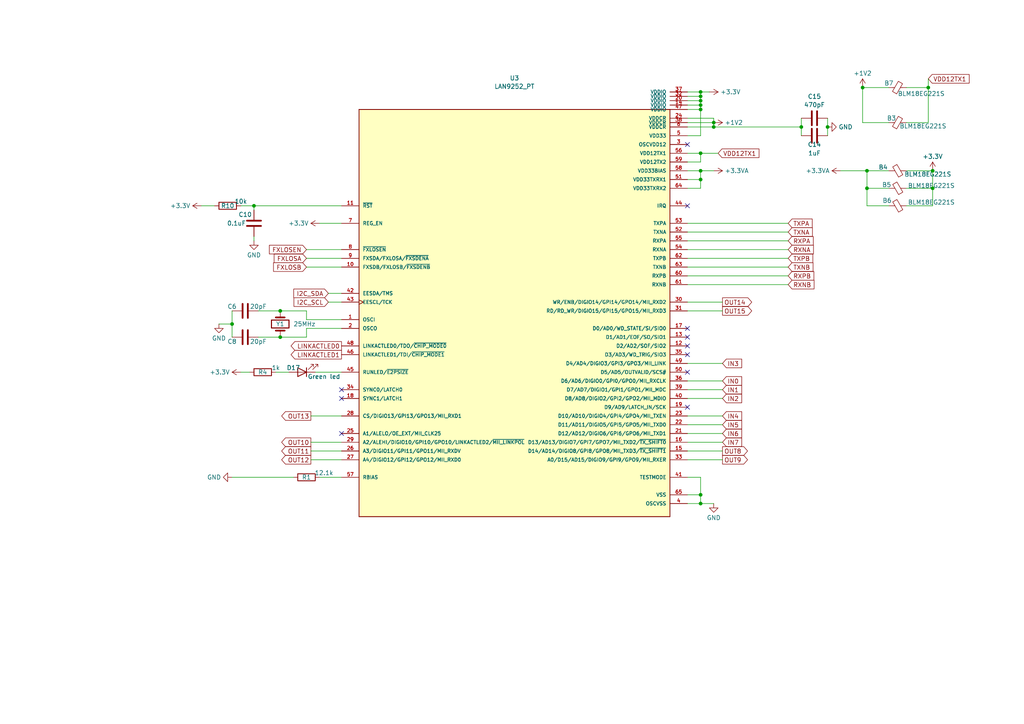
<source format=kicad_sch>
(kicad_sch
	(version 20231120)
	(generator "eeschema")
	(generator_version "8.0")
	(uuid "8e0e23cc-4513-4896-b845-574dd127ce6b")
	(paper "A4")
	(title_block
		(title "THCAD reader")
	)
	(lib_symbols
		(symbol "Device:C"
			(pin_numbers hide)
			(pin_names
				(offset 0.254)
			)
			(exclude_from_sim no)
			(in_bom yes)
			(on_board yes)
			(property "Reference" "C"
				(at 0.635 2.54 0)
				(effects
					(font
						(size 1.27 1.27)
					)
					(justify left)
				)
			)
			(property "Value" "C"
				(at 0.635 -2.54 0)
				(effects
					(font
						(size 1.27 1.27)
					)
					(justify left)
				)
			)
			(property "Footprint" ""
				(at 0.9652 -3.81 0)
				(effects
					(font
						(size 1.27 1.27)
					)
					(hide yes)
				)
			)
			(property "Datasheet" "~"
				(at 0 0 0)
				(effects
					(font
						(size 1.27 1.27)
					)
					(hide yes)
				)
			)
			(property "Description" "Unpolarized capacitor"
				(at 0 0 0)
				(effects
					(font
						(size 1.27 1.27)
					)
					(hide yes)
				)
			)
			(property "ki_keywords" "cap capacitor"
				(at 0 0 0)
				(effects
					(font
						(size 1.27 1.27)
					)
					(hide yes)
				)
			)
			(property "ki_fp_filters" "C_*"
				(at 0 0 0)
				(effects
					(font
						(size 1.27 1.27)
					)
					(hide yes)
				)
			)
			(symbol "C_0_1"
				(polyline
					(pts
						(xy -2.032 -0.762) (xy 2.032 -0.762)
					)
					(stroke
						(width 0.508)
						(type default)
					)
					(fill
						(type none)
					)
				)
				(polyline
					(pts
						(xy -2.032 0.762) (xy 2.032 0.762)
					)
					(stroke
						(width 0.508)
						(type default)
					)
					(fill
						(type none)
					)
				)
			)
			(symbol "C_1_1"
				(pin passive line
					(at 0 3.81 270)
					(length 2.794)
					(name "~"
						(effects
							(font
								(size 1.27 1.27)
							)
						)
					)
					(number "1"
						(effects
							(font
								(size 1.27 1.27)
							)
						)
					)
				)
				(pin passive line
					(at 0 -3.81 90)
					(length 2.794)
					(name "~"
						(effects
							(font
								(size 1.27 1.27)
							)
						)
					)
					(number "2"
						(effects
							(font
								(size 1.27 1.27)
							)
						)
					)
				)
			)
		)
		(symbol "Device:Crystal"
			(pin_numbers hide)
			(pin_names
				(offset 1.016) hide)
			(exclude_from_sim no)
			(in_bom yes)
			(on_board yes)
			(property "Reference" "Y"
				(at 0 3.81 0)
				(effects
					(font
						(size 1.27 1.27)
					)
				)
			)
			(property "Value" "Crystal"
				(at 0 -3.81 0)
				(effects
					(font
						(size 1.27 1.27)
					)
				)
			)
			(property "Footprint" ""
				(at 0 0 0)
				(effects
					(font
						(size 1.27 1.27)
					)
					(hide yes)
				)
			)
			(property "Datasheet" "~"
				(at 0 0 0)
				(effects
					(font
						(size 1.27 1.27)
					)
					(hide yes)
				)
			)
			(property "Description" "Two pin crystal"
				(at 0 0 0)
				(effects
					(font
						(size 1.27 1.27)
					)
					(hide yes)
				)
			)
			(property "ki_keywords" "quartz ceramic resonator oscillator"
				(at 0 0 0)
				(effects
					(font
						(size 1.27 1.27)
					)
					(hide yes)
				)
			)
			(property "ki_fp_filters" "Crystal*"
				(at 0 0 0)
				(effects
					(font
						(size 1.27 1.27)
					)
					(hide yes)
				)
			)
			(symbol "Crystal_0_1"
				(rectangle
					(start -1.143 2.54)
					(end 1.143 -2.54)
					(stroke
						(width 0.3048)
						(type default)
					)
					(fill
						(type none)
					)
				)
				(polyline
					(pts
						(xy -2.54 0) (xy -1.905 0)
					)
					(stroke
						(width 0)
						(type default)
					)
					(fill
						(type none)
					)
				)
				(polyline
					(pts
						(xy -1.905 -1.27) (xy -1.905 1.27)
					)
					(stroke
						(width 0.508)
						(type default)
					)
					(fill
						(type none)
					)
				)
				(polyline
					(pts
						(xy 1.905 -1.27) (xy 1.905 1.27)
					)
					(stroke
						(width 0.508)
						(type default)
					)
					(fill
						(type none)
					)
				)
				(polyline
					(pts
						(xy 2.54 0) (xy 1.905 0)
					)
					(stroke
						(width 0)
						(type default)
					)
					(fill
						(type none)
					)
				)
			)
			(symbol "Crystal_1_1"
				(pin passive line
					(at -3.81 0 0)
					(length 1.27)
					(name "1"
						(effects
							(font
								(size 1.27 1.27)
							)
						)
					)
					(number "1"
						(effects
							(font
								(size 1.27 1.27)
							)
						)
					)
				)
				(pin passive line
					(at 3.81 0 180)
					(length 1.27)
					(name "2"
						(effects
							(font
								(size 1.27 1.27)
							)
						)
					)
					(number "2"
						(effects
							(font
								(size 1.27 1.27)
							)
						)
					)
				)
			)
		)
		(symbol "Device:FerriteBead_Small"
			(pin_numbers hide)
			(pin_names
				(offset 0)
			)
			(exclude_from_sim no)
			(in_bom yes)
			(on_board yes)
			(property "Reference" "FB"
				(at 1.905 1.27 0)
				(effects
					(font
						(size 1.27 1.27)
					)
					(justify left)
				)
			)
			(property "Value" "FerriteBead_Small"
				(at 1.905 -1.27 0)
				(effects
					(font
						(size 1.27 1.27)
					)
					(justify left)
				)
			)
			(property "Footprint" ""
				(at -1.778 0 90)
				(effects
					(font
						(size 1.27 1.27)
					)
					(hide yes)
				)
			)
			(property "Datasheet" "~"
				(at 0 0 0)
				(effects
					(font
						(size 1.27 1.27)
					)
					(hide yes)
				)
			)
			(property "Description" "Ferrite bead, small symbol"
				(at 0 0 0)
				(effects
					(font
						(size 1.27 1.27)
					)
					(hide yes)
				)
			)
			(property "ki_keywords" "L ferrite bead inductor filter"
				(at 0 0 0)
				(effects
					(font
						(size 1.27 1.27)
					)
					(hide yes)
				)
			)
			(property "ki_fp_filters" "Inductor_* L_* *Ferrite*"
				(at 0 0 0)
				(effects
					(font
						(size 1.27 1.27)
					)
					(hide yes)
				)
			)
			(symbol "FerriteBead_Small_0_1"
				(polyline
					(pts
						(xy 0 -1.27) (xy 0 -0.7874)
					)
					(stroke
						(width 0)
						(type default)
					)
					(fill
						(type none)
					)
				)
				(polyline
					(pts
						(xy 0 0.889) (xy 0 1.2954)
					)
					(stroke
						(width 0)
						(type default)
					)
					(fill
						(type none)
					)
				)
				(polyline
					(pts
						(xy -1.8288 0.2794) (xy -1.1176 1.4986) (xy 1.8288 -0.2032) (xy 1.1176 -1.4224) (xy -1.8288 0.2794)
					)
					(stroke
						(width 0)
						(type default)
					)
					(fill
						(type none)
					)
				)
			)
			(symbol "FerriteBead_Small_1_1"
				(pin passive line
					(at 0 2.54 270)
					(length 1.27)
					(name "~"
						(effects
							(font
								(size 1.27 1.27)
							)
						)
					)
					(number "1"
						(effects
							(font
								(size 1.27 1.27)
							)
						)
					)
				)
				(pin passive line
					(at 0 -2.54 90)
					(length 1.27)
					(name "~"
						(effects
							(font
								(size 1.27 1.27)
							)
						)
					)
					(number "2"
						(effects
							(font
								(size 1.27 1.27)
							)
						)
					)
				)
			)
		)
		(symbol "Device:LED"
			(pin_numbers hide)
			(pin_names
				(offset 1.016) hide)
			(exclude_from_sim no)
			(in_bom yes)
			(on_board yes)
			(property "Reference" "D"
				(at 0 2.54 0)
				(effects
					(font
						(size 1.27 1.27)
					)
				)
			)
			(property "Value" "LED"
				(at 0 -2.54 0)
				(effects
					(font
						(size 1.27 1.27)
					)
				)
			)
			(property "Footprint" ""
				(at 0 0 0)
				(effects
					(font
						(size 1.27 1.27)
					)
					(hide yes)
				)
			)
			(property "Datasheet" "~"
				(at 0 0 0)
				(effects
					(font
						(size 1.27 1.27)
					)
					(hide yes)
				)
			)
			(property "Description" "Light emitting diode"
				(at 0 0 0)
				(effects
					(font
						(size 1.27 1.27)
					)
					(hide yes)
				)
			)
			(property "ki_keywords" "LED diode"
				(at 0 0 0)
				(effects
					(font
						(size 1.27 1.27)
					)
					(hide yes)
				)
			)
			(property "ki_fp_filters" "LED* LED_SMD:* LED_THT:*"
				(at 0 0 0)
				(effects
					(font
						(size 1.27 1.27)
					)
					(hide yes)
				)
			)
			(symbol "LED_0_1"
				(polyline
					(pts
						(xy -1.27 -1.27) (xy -1.27 1.27)
					)
					(stroke
						(width 0.254)
						(type default)
					)
					(fill
						(type none)
					)
				)
				(polyline
					(pts
						(xy -1.27 0) (xy 1.27 0)
					)
					(stroke
						(width 0)
						(type default)
					)
					(fill
						(type none)
					)
				)
				(polyline
					(pts
						(xy 1.27 -1.27) (xy 1.27 1.27) (xy -1.27 0) (xy 1.27 -1.27)
					)
					(stroke
						(width 0.254)
						(type default)
					)
					(fill
						(type none)
					)
				)
				(polyline
					(pts
						(xy -3.048 -0.762) (xy -4.572 -2.286) (xy -3.81 -2.286) (xy -4.572 -2.286) (xy -4.572 -1.524)
					)
					(stroke
						(width 0)
						(type default)
					)
					(fill
						(type none)
					)
				)
				(polyline
					(pts
						(xy -1.778 -0.762) (xy -3.302 -2.286) (xy -2.54 -2.286) (xy -3.302 -2.286) (xy -3.302 -1.524)
					)
					(stroke
						(width 0)
						(type default)
					)
					(fill
						(type none)
					)
				)
			)
			(symbol "LED_1_1"
				(pin passive line
					(at -3.81 0 0)
					(length 2.54)
					(name "K"
						(effects
							(font
								(size 1.27 1.27)
							)
						)
					)
					(number "1"
						(effects
							(font
								(size 1.27 1.27)
							)
						)
					)
				)
				(pin passive line
					(at 3.81 0 180)
					(length 2.54)
					(name "A"
						(effects
							(font
								(size 1.27 1.27)
							)
						)
					)
					(number "2"
						(effects
							(font
								(size 1.27 1.27)
							)
						)
					)
				)
			)
		)
		(symbol "Device:R"
			(pin_numbers hide)
			(pin_names
				(offset 0)
			)
			(exclude_from_sim no)
			(in_bom yes)
			(on_board yes)
			(property "Reference" "R"
				(at 2.032 0 90)
				(effects
					(font
						(size 1.27 1.27)
					)
				)
			)
			(property "Value" "R"
				(at 0 0 90)
				(effects
					(font
						(size 1.27 1.27)
					)
				)
			)
			(property "Footprint" ""
				(at -1.778 0 90)
				(effects
					(font
						(size 1.27 1.27)
					)
					(hide yes)
				)
			)
			(property "Datasheet" "~"
				(at 0 0 0)
				(effects
					(font
						(size 1.27 1.27)
					)
					(hide yes)
				)
			)
			(property "Description" "Resistor"
				(at 0 0 0)
				(effects
					(font
						(size 1.27 1.27)
					)
					(hide yes)
				)
			)
			(property "ki_keywords" "R res resistor"
				(at 0 0 0)
				(effects
					(font
						(size 1.27 1.27)
					)
					(hide yes)
				)
			)
			(property "ki_fp_filters" "R_*"
				(at 0 0 0)
				(effects
					(font
						(size 1.27 1.27)
					)
					(hide yes)
				)
			)
			(symbol "R_0_1"
				(rectangle
					(start -1.016 -2.54)
					(end 1.016 2.54)
					(stroke
						(width 0.254)
						(type default)
					)
					(fill
						(type none)
					)
				)
			)
			(symbol "R_1_1"
				(pin passive line
					(at 0 3.81 270)
					(length 1.27)
					(name "~"
						(effects
							(font
								(size 1.27 1.27)
							)
						)
					)
					(number "1"
						(effects
							(font
								(size 1.27 1.27)
							)
						)
					)
				)
				(pin passive line
					(at 0 -3.81 90)
					(length 1.27)
					(name "~"
						(effects
							(font
								(size 1.27 1.27)
							)
						)
					)
					(number "2"
						(effects
							(font
								(size 1.27 1.27)
							)
						)
					)
				)
			)
		)
		(symbol "LAN9252_PT:LAN9252_PT"
			(pin_names
				(offset 1.016)
			)
			(exclude_from_sim no)
			(in_bom yes)
			(on_board yes)
			(property "Reference" "U"
				(at -60.96 59.69 0)
				(effects
					(font
						(size 1.27 1.27)
					)
					(justify left bottom)
				)
			)
			(property "Value" "LAN9252_PT"
				(at -29.21 -60.96 0)
				(effects
					(font
						(size 1.27 1.27)
					)
					(justify left bottom)
				)
			)
			(property "Footprint" "LAN9252_PT:QFP50P1200X1200X120-65N"
				(at -5.08 6.35 0)
				(effects
					(font
						(size 1.27 1.27)
					)
					(justify bottom)
					(hide yes)
				)
			)
			(property "Datasheet" ""
				(at 0 0 0)
				(effects
					(font
						(size 1.27 1.27)
					)
					(hide yes)
				)
			)
			(property "Description" "\nEthernet Controller 10/100 Base-FX/T/TX PHY SPI Interface 64-TQFP-EP (10x10)\n"
				(at -1.27 10.16 0)
				(effects
					(font
						(size 1.27 1.27)
					)
					(justify bottom)
					(hide yes)
				)
			)
			(property "MF" "Microchip"
				(at -1.27 -13.97 0)
				(effects
					(font
						(size 1.27 1.27)
					)
					(justify bottom)
					(hide yes)
				)
			)
			(property "MAXIMUM_PACKAGE_HEIGHT" "1.2 mm"
				(at 0 -2.54 0)
				(effects
					(font
						(size 1.27 1.27)
					)
					(justify bottom)
					(hide yes)
				)
			)
			(property "Package" "TQFP-64 Microchip"
				(at -1.27 -11.43 0)
				(effects
					(font
						(size 1.27 1.27)
					)
					(justify bottom)
					(hide yes)
				)
			)
			(property "Price" ""
				(at 0 0 0)
				(effects
					(font
						(size 1.27 1.27)
					)
					(justify bottom)
					(hide yes)
				)
			)
			(property "Check_prices" ""
				(at 0 0 0)
				(effects
					(font
						(size 1.27 1.27)
					)
					(justify bottom)
					(hide yes)
				)
			)
			(property "STANDARD" "IPC 7351B"
				(at -1.27 -5.08 0)
				(effects
					(font
						(size 1.27 1.27)
					)
					(justify bottom)
					(hide yes)
				)
			)
			(property "PARTREV" "04-08-15"
				(at -1.27 -13.97 0)
				(effects
					(font
						(size 1.27 1.27)
					)
					(justify bottom)
					(hide yes)
				)
			)
			(property "SnapEDA_Link" ""
				(at 0 0 0)
				(effects
					(font
						(size 1.27 1.27)
					)
					(justify bottom)
					(hide yes)
				)
			)
			(property "MP" "LAN9252/PT"
				(at -2.54 3.81 0)
				(effects
					(font
						(size 1.27 1.27)
					)
					(justify bottom)
					(hide yes)
				)
			)
			(property "Purchase-URL" ""
				(at 0 0 0)
				(effects
					(font
						(size 1.27 1.27)
					)
					(justify bottom)
					(hide yes)
				)
			)
			(property "Availability" ""
				(at 0 -2.54 0)
				(effects
					(font
						(size 1.27 1.27)
					)
					(justify bottom)
					(hide yes)
				)
			)
			(property "MANUFACTURER" "Microchip Technology"
				(at -1.27 -8.89 0)
				(effects
					(font
						(size 1.27 1.27)
					)
					(justify bottom)
					(hide yes)
				)
			)
			(symbol "LAN9252_PT_0_0"
				(rectangle
					(start -29.21 58.42)
					(end 60.96 -59.69)
					(stroke
						(width 0.254)
						(type default)
					)
					(fill
						(type background)
					)
				)
				(pin input line
					(at -34.29 -2.54 0)
					(length 5.08)
					(name "OSCI"
						(effects
							(font
								(size 1.016 1.016)
							)
						)
					)
					(number "1"
						(effects
							(font
								(size 1.016 1.016)
							)
						)
					)
				)
				(pin input line
					(at -34.29 12.7 0)
					(length 5.08)
					(name "FXSDB/FXLOSB/~{FXSDENB}"
						(effects
							(font
								(size 1.016 1.016)
							)
						)
					)
					(number "10"
						(effects
							(font
								(size 1.016 1.016)
							)
						)
					)
				)
				(pin input line
					(at -34.29 30.48 0)
					(length 5.08)
					(name "~{RST}"
						(effects
							(font
								(size 1.016 1.016)
							)
						)
					)
					(number "11"
						(effects
							(font
								(size 1.016 1.016)
							)
						)
					)
				)
				(pin bidirectional line
					(at 66.04 -10.16 180)
					(length 5.08)
					(name "D2/AD2/SOF/SIO2"
						(effects
							(font
								(size 1.016 1.016)
							)
						)
					)
					(number "12"
						(effects
							(font
								(size 1.016 1.016)
							)
						)
					)
				)
				(pin bidirectional line
					(at 66.04 -7.62 180)
					(length 5.08)
					(name "D1/AD1/EOF/SO/SIO1"
						(effects
							(font
								(size 1.016 1.016)
							)
						)
					)
					(number "13"
						(effects
							(font
								(size 1.016 1.016)
							)
						)
					)
				)
				(pin power_in line
					(at 66.04 59.69 180)
					(length 5.08)
					(name "VDDIO"
						(effects
							(font
								(size 1.016 1.016)
							)
						)
					)
					(number "14"
						(effects
							(font
								(size 1.016 1.016)
							)
						)
					)
				)
				(pin bidirectional line
					(at 66.04 -40.64 180)
					(length 5.08)
					(name "D14/AD14/DIGIO8/GPI8/GPO8/MII_TXD3/~{TX_SHIFT1}"
						(effects
							(font
								(size 1.016 1.016)
							)
						)
					)
					(number "15"
						(effects
							(font
								(size 1.016 1.016)
							)
						)
					)
				)
				(pin bidirectional line
					(at 66.04 -38.1 180)
					(length 5.08)
					(name "D13/AD13/DIGIO7/GPI7/GPO7/MII_TXD2/~{TX_SHIFT0}"
						(effects
							(font
								(size 1.016 1.016)
							)
						)
					)
					(number "16"
						(effects
							(font
								(size 1.016 1.016)
							)
						)
					)
				)
				(pin bidirectional line
					(at 66.04 -5.08 180)
					(length 5.08)
					(name "D0/AD0/WD_STATE/SI/SIO0"
						(effects
							(font
								(size 1.016 1.016)
							)
						)
					)
					(number "17"
						(effects
							(font
								(size 1.016 1.016)
							)
						)
					)
				)
				(pin bidirectional line
					(at -34.29 -25.4 0)
					(length 5.08)
					(name "SYNC1/LATCH1"
						(effects
							(font
								(size 1.016 1.016)
							)
						)
					)
					(number "18"
						(effects
							(font
								(size 1.016 1.016)
							)
						)
					)
				)
				(pin bidirectional line
					(at 66.04 -27.94 180)
					(length 5.08)
					(name "D9/AD9/LATCH_IN/SCK"
						(effects
							(font
								(size 1.016 1.016)
							)
						)
					)
					(number "19"
						(effects
							(font
								(size 1.016 1.016)
							)
						)
					)
				)
				(pin output line
					(at -34.29 -5.08 0)
					(length 5.08)
					(name "OSCO"
						(effects
							(font
								(size 1.016 1.016)
							)
						)
					)
					(number "2"
						(effects
							(font
								(size 1.016 1.016)
							)
						)
					)
				)
				(pin power_in line
					(at 66.04 60.96 180)
					(length 5.08)
					(name "VDDIO"
						(effects
							(font
								(size 1.016 1.016)
							)
						)
					)
					(number "20"
						(effects
							(font
								(size 1.016 1.016)
							)
						)
					)
				)
				(pin bidirectional line
					(at 66.04 -35.56 180)
					(length 5.08)
					(name "D12/AD12/DIGIO6/GPI6/GPO6/MII_TXD1"
						(effects
							(font
								(size 1.016 1.016)
							)
						)
					)
					(number "21"
						(effects
							(font
								(size 1.016 1.016)
							)
						)
					)
				)
				(pin bidirectional line
					(at 66.04 -33.02 180)
					(length 5.08)
					(name "D11/AD11/DIGIO5/GPI5/GPO5/MII_TXD0"
						(effects
							(font
								(size 1.016 1.016)
							)
						)
					)
					(number "22"
						(effects
							(font
								(size 1.016 1.016)
							)
						)
					)
				)
				(pin bidirectional line
					(at 66.04 -30.48 180)
					(length 5.08)
					(name "D10/AD10/DIGIO4/GPI4/GPO4/MII_TXEN"
						(effects
							(font
								(size 1.016 1.016)
							)
						)
					)
					(number "23"
						(effects
							(font
								(size 1.016 1.016)
							)
						)
					)
				)
				(pin power_in line
					(at 66.04 55.88 180)
					(length 5.08)
					(name "VDDCR"
						(effects
							(font
								(size 1.016 1.016)
							)
						)
					)
					(number "24"
						(effects
							(font
								(size 1.016 1.016)
							)
						)
					)
				)
				(pin bidirectional line
					(at -34.29 -35.56 0)
					(length 5.08)
					(name "A1/ALELO/OE_EXT/MII_CLK25"
						(effects
							(font
								(size 1.016 1.016)
							)
						)
					)
					(number "25"
						(effects
							(font
								(size 1.016 1.016)
							)
						)
					)
				)
				(pin bidirectional line
					(at -34.29 -40.64 0)
					(length 5.08)
					(name "A3/DIGIO11/GPI11/GPO11/MII_RXDV"
						(effects
							(font
								(size 1.016 1.016)
							)
						)
					)
					(number "26"
						(effects
							(font
								(size 1.016 1.016)
							)
						)
					)
				)
				(pin bidirectional line
					(at -34.29 -43.18 0)
					(length 5.08)
					(name "A4/DIGIO12/GPI12/GPO12/MII_RXD0"
						(effects
							(font
								(size 1.016 1.016)
							)
						)
					)
					(number "27"
						(effects
							(font
								(size 1.016 1.016)
							)
						)
					)
				)
				(pin bidirectional line
					(at -34.29 -30.48 0)
					(length 5.08)
					(name "CS/DIGIO13/GPI13/GPO13/MII_RXD1"
						(effects
							(font
								(size 1.016 1.016)
							)
						)
					)
					(number "28"
						(effects
							(font
								(size 1.016 1.016)
							)
						)
					)
				)
				(pin bidirectional line
					(at -34.29 -38.1 0)
					(length 5.08)
					(name "A2/ALEHI/DIGIO10/GPI10/GPO10/LINKACTLED2/~{MII_LINKPOL}"
						(effects
							(font
								(size 1.016 1.016)
							)
						)
					)
					(number "29"
						(effects
							(font
								(size 1.016 1.016)
							)
						)
					)
				)
				(pin power_in line
					(at 66.04 48.26 180)
					(length 5.08)
					(name "OSCVDD12"
						(effects
							(font
								(size 1.016 1.016)
							)
						)
					)
					(number "3"
						(effects
							(font
								(size 1.016 1.016)
							)
						)
					)
				)
				(pin bidirectional line
					(at 66.04 2.54 180)
					(length 5.08)
					(name "WR/ENB/DIGIO14/GPI14/GPO14/MII_RXD2"
						(effects
							(font
								(size 1.016 1.016)
							)
						)
					)
					(number "30"
						(effects
							(font
								(size 1.016 1.016)
							)
						)
					)
				)
				(pin bidirectional line
					(at 66.04 0 180)
					(length 5.08)
					(name "RD/RD_WR/DIGIO15/GPI15/GPO15/MII_RXD3"
						(effects
							(font
								(size 1.016 1.016)
							)
						)
					)
					(number "31"
						(effects
							(font
								(size 1.016 1.016)
							)
						)
					)
				)
				(pin power_in line
					(at 66.04 62.23 180)
					(length 5.08)
					(name "VDDIO"
						(effects
							(font
								(size 1.016 1.016)
							)
						)
					)
					(number "32"
						(effects
							(font
								(size 1.016 1.016)
							)
						)
					)
				)
				(pin bidirectional line
					(at 66.04 -43.18 180)
					(length 5.08)
					(name "A0/D15/AD15/DIGIO9/GPI9/GPO9/MII_RXER"
						(effects
							(font
								(size 1.016 1.016)
							)
						)
					)
					(number "33"
						(effects
							(font
								(size 1.016 1.016)
							)
						)
					)
				)
				(pin bidirectional line
					(at -34.29 -22.86 0)
					(length 5.08)
					(name "SYNC0/LATCH0"
						(effects
							(font
								(size 1.016 1.016)
							)
						)
					)
					(number "34"
						(effects
							(font
								(size 1.016 1.016)
							)
						)
					)
				)
				(pin bidirectional line
					(at 66.04 -12.7 180)
					(length 5.08)
					(name "D3/AD3/WD_TRIG/SIO3"
						(effects
							(font
								(size 1.016 1.016)
							)
						)
					)
					(number "35"
						(effects
							(font
								(size 1.016 1.016)
							)
						)
					)
				)
				(pin bidirectional line
					(at 66.04 -20.32 180)
					(length 5.08)
					(name "D6/AD6/DIGIO0/GPI0/GPO0/MII_RXCLK"
						(effects
							(font
								(size 1.016 1.016)
							)
						)
					)
					(number "36"
						(effects
							(font
								(size 1.016 1.016)
							)
						)
					)
				)
				(pin power_in line
					(at 66.04 63.5 180)
					(length 5.08)
					(name "VDDIO"
						(effects
							(font
								(size 1.016 1.016)
							)
						)
					)
					(number "37"
						(effects
							(font
								(size 1.016 1.016)
							)
						)
					)
				)
				(pin power_in line
					(at 66.04 54.61 180)
					(length 5.08)
					(name "VDDCR"
						(effects
							(font
								(size 1.016 1.016)
							)
						)
					)
					(number "38"
						(effects
							(font
								(size 1.016 1.016)
							)
						)
					)
				)
				(pin bidirectional line
					(at 66.04 -22.86 180)
					(length 5.08)
					(name "D7/AD7/DIGIO1/GPI1/GPO1/MII_MDC"
						(effects
							(font
								(size 1.016 1.016)
							)
						)
					)
					(number "39"
						(effects
							(font
								(size 1.016 1.016)
							)
						)
					)
				)
				(pin power_in line
					(at 66.04 -55.88 180)
					(length 5.08)
					(name "OSCVSS"
						(effects
							(font
								(size 1.016 1.016)
							)
						)
					)
					(number "4"
						(effects
							(font
								(size 1.016 1.016)
							)
						)
					)
				)
				(pin bidirectional line
					(at 66.04 -25.4 180)
					(length 5.08)
					(name "D8/AD8/DIGIO2/GPI2/GPO2/MII_MDIO"
						(effects
							(font
								(size 1.016 1.016)
							)
						)
					)
					(number "40"
						(effects
							(font
								(size 1.016 1.016)
							)
						)
					)
				)
				(pin input line
					(at 66.04 -48.26 180)
					(length 5.08)
					(name "TESTMODE"
						(effects
							(font
								(size 1.016 1.016)
							)
						)
					)
					(number "41"
						(effects
							(font
								(size 1.016 1.016)
							)
						)
					)
				)
				(pin bidirectional line
					(at -34.29 5.08 0)
					(length 5.08)
					(name "EESDA/TMS"
						(effects
							(font
								(size 1.016 1.016)
							)
						)
					)
					(number "42"
						(effects
							(font
								(size 1.016 1.016)
							)
						)
					)
				)
				(pin output clock
					(at -34.29 2.54 0)
					(length 5.08)
					(name "EESCL/TCK"
						(effects
							(font
								(size 1.016 1.016)
							)
						)
					)
					(number "43"
						(effects
							(font
								(size 1.016 1.016)
							)
						)
					)
				)
				(pin output line
					(at 66.04 30.48 180)
					(length 5.08)
					(name "IRQ"
						(effects
							(font
								(size 1.016 1.016)
							)
						)
					)
					(number "44"
						(effects
							(font
								(size 1.016 1.016)
							)
						)
					)
				)
				(pin bidirectional line
					(at -34.29 -17.78 0)
					(length 5.08)
					(name "RUNLED/~{E2PSIZE}"
						(effects
							(font
								(size 1.016 1.016)
							)
						)
					)
					(number "45"
						(effects
							(font
								(size 1.016 1.016)
							)
						)
					)
				)
				(pin input line
					(at -34.29 -12.7 0)
					(length 5.08)
					(name "LINKACTLED1/TDI/~{CHIP_MODE1}"
						(effects
							(font
								(size 1.016 1.016)
							)
						)
					)
					(number "46"
						(effects
							(font
								(size 1.016 1.016)
							)
						)
					)
				)
				(pin power_in line
					(at 66.04 58.42 180)
					(length 5.08)
					(name "VDDIO"
						(effects
							(font
								(size 1.016 1.016)
							)
						)
					)
					(number "47"
						(effects
							(font
								(size 1.016 1.016)
							)
						)
					)
				)
				(pin output line
					(at -34.29 -10.16 0)
					(length 5.08)
					(name "LINKACTLED0/TDO/~{CHIP_MODE0}"
						(effects
							(font
								(size 1.016 1.016)
							)
						)
					)
					(number "48"
						(effects
							(font
								(size 1.016 1.016)
							)
						)
					)
				)
				(pin bidirectional line
					(at 66.04 -15.24 180)
					(length 5.08)
					(name "D4/AD4/DIGIO3/GPI3/GPO3/MII_LINK"
						(effects
							(font
								(size 1.016 1.016)
							)
						)
					)
					(number "49"
						(effects
							(font
								(size 1.016 1.016)
							)
						)
					)
				)
				(pin power_in line
					(at 66.04 50.8 180)
					(length 5.08)
					(name "VDD33"
						(effects
							(font
								(size 1.016 1.016)
							)
						)
					)
					(number "5"
						(effects
							(font
								(size 1.016 1.016)
							)
						)
					)
				)
				(pin bidirectional line
					(at 66.04 -17.78 180)
					(length 5.08)
					(name "D5/AD5/OUTVALID/SCS#"
						(effects
							(font
								(size 1.016 1.016)
							)
						)
					)
					(number "50"
						(effects
							(font
								(size 1.016 1.016)
							)
						)
					)
				)
				(pin power_in line
					(at 66.04 38.1 180)
					(length 5.08)
					(name "VDD33TXRX1"
						(effects
							(font
								(size 1.016 1.016)
							)
						)
					)
					(number "51"
						(effects
							(font
								(size 1.016 1.016)
							)
						)
					)
				)
				(pin bidirectional line
					(at 66.04 22.86 180)
					(length 5.08)
					(name "TXNA"
						(effects
							(font
								(size 1.016 1.016)
							)
						)
					)
					(number "52"
						(effects
							(font
								(size 1.016 1.016)
							)
						)
					)
				)
				(pin bidirectional line
					(at 66.04 25.4 180)
					(length 5.08)
					(name "TXPA"
						(effects
							(font
								(size 1.016 1.016)
							)
						)
					)
					(number "53"
						(effects
							(font
								(size 1.016 1.016)
							)
						)
					)
				)
				(pin bidirectional line
					(at 66.04 17.78 180)
					(length 5.08)
					(name "RXNA"
						(effects
							(font
								(size 1.016 1.016)
							)
						)
					)
					(number "54"
						(effects
							(font
								(size 1.016 1.016)
							)
						)
					)
				)
				(pin bidirectional line
					(at 66.04 20.32 180)
					(length 5.08)
					(name "RXPA"
						(effects
							(font
								(size 1.016 1.016)
							)
						)
					)
					(number "55"
						(effects
							(font
								(size 1.016 1.016)
							)
						)
					)
				)
				(pin power_in line
					(at 66.04 45.72 180)
					(length 5.08)
					(name "VDD12TX1"
						(effects
							(font
								(size 1.016 1.016)
							)
						)
					)
					(number "56"
						(effects
							(font
								(size 1.016 1.016)
							)
						)
					)
				)
				(pin passive line
					(at -34.29 -48.26 0)
					(length 5.08)
					(name "RBIAS"
						(effects
							(font
								(size 1.016 1.016)
							)
						)
					)
					(number "57"
						(effects
							(font
								(size 1.016 1.016)
							)
						)
					)
				)
				(pin power_in line
					(at 66.04 40.64 180)
					(length 5.08)
					(name "VDD33BIAS"
						(effects
							(font
								(size 1.016 1.016)
							)
						)
					)
					(number "58"
						(effects
							(font
								(size 1.016 1.016)
							)
						)
					)
				)
				(pin power_in line
					(at 66.04 43.18 180)
					(length 5.08)
					(name "VDD12TX2"
						(effects
							(font
								(size 1.016 1.016)
							)
						)
					)
					(number "59"
						(effects
							(font
								(size 1.016 1.016)
							)
						)
					)
				)
				(pin power_in line
					(at 66.04 53.34 180)
					(length 5.08)
					(name "VDDCR"
						(effects
							(font
								(size 1.016 1.016)
							)
						)
					)
					(number "6"
						(effects
							(font
								(size 1.016 1.016)
							)
						)
					)
				)
				(pin bidirectional line
					(at 66.04 10.16 180)
					(length 5.08)
					(name "RXPB"
						(effects
							(font
								(size 1.016 1.016)
							)
						)
					)
					(number "60"
						(effects
							(font
								(size 1.016 1.016)
							)
						)
					)
				)
				(pin bidirectional line
					(at 66.04 7.62 180)
					(length 5.08)
					(name "RXNB"
						(effects
							(font
								(size 1.016 1.016)
							)
						)
					)
					(number "61"
						(effects
							(font
								(size 1.016 1.016)
							)
						)
					)
				)
				(pin bidirectional line
					(at 66.04 15.24 180)
					(length 5.08)
					(name "TXPB"
						(effects
							(font
								(size 1.016 1.016)
							)
						)
					)
					(number "62"
						(effects
							(font
								(size 1.016 1.016)
							)
						)
					)
				)
				(pin bidirectional line
					(at 66.04 12.7 180)
					(length 5.08)
					(name "TXNB"
						(effects
							(font
								(size 1.016 1.016)
							)
						)
					)
					(number "63"
						(effects
							(font
								(size 1.016 1.016)
							)
						)
					)
				)
				(pin power_in line
					(at 66.04 35.56 180)
					(length 5.08)
					(name "VDD33TXRX2"
						(effects
							(font
								(size 1.016 1.016)
							)
						)
					)
					(number "64"
						(effects
							(font
								(size 1.016 1.016)
							)
						)
					)
				)
				(pin power_in line
					(at 66.04 -53.34 180)
					(length 5.08)
					(name "VSS"
						(effects
							(font
								(size 1.016 1.016)
							)
						)
					)
					(number "65"
						(effects
							(font
								(size 1.016 1.016)
							)
						)
					)
				)
				(pin input line
					(at -34.29 25.4 0)
					(length 5.08)
					(name "REG_EN"
						(effects
							(font
								(size 1.016 1.016)
							)
						)
					)
					(number "7"
						(effects
							(font
								(size 1.016 1.016)
							)
						)
					)
				)
				(pin input line
					(at -34.29 17.78 0)
					(length 5.08)
					(name "~{FXLOSEN}"
						(effects
							(font
								(size 1.016 1.016)
							)
						)
					)
					(number "8"
						(effects
							(font
								(size 1.016 1.016)
							)
						)
					)
				)
				(pin input line
					(at -34.29 15.24 0)
					(length 5.08)
					(name "FXSDA/FXLOSA/~{FXSDENA}"
						(effects
							(font
								(size 1.016 1.016)
							)
						)
					)
					(number "9"
						(effects
							(font
								(size 1.016 1.016)
							)
						)
					)
				)
			)
		)
		(symbol "power:+1V2"
			(power)
			(pin_names
				(offset 0)
			)
			(exclude_from_sim no)
			(in_bom yes)
			(on_board yes)
			(property "Reference" "#PWR"
				(at 0 -3.81 0)
				(effects
					(font
						(size 1.27 1.27)
					)
					(hide yes)
				)
			)
			(property "Value" "+1V2"
				(at 0 3.556 0)
				(effects
					(font
						(size 1.27 1.27)
					)
				)
			)
			(property "Footprint" ""
				(at 0 0 0)
				(effects
					(font
						(size 1.27 1.27)
					)
					(hide yes)
				)
			)
			(property "Datasheet" ""
				(at 0 0 0)
				(effects
					(font
						(size 1.27 1.27)
					)
					(hide yes)
				)
			)
			(property "Description" "Power symbol creates a global label with name \"+1V2\""
				(at 0 0 0)
				(effects
					(font
						(size 1.27 1.27)
					)
					(hide yes)
				)
			)
			(property "ki_keywords" "global power"
				(at 0 0 0)
				(effects
					(font
						(size 1.27 1.27)
					)
					(hide yes)
				)
			)
			(symbol "+1V2_0_1"
				(polyline
					(pts
						(xy -0.762 1.27) (xy 0 2.54)
					)
					(stroke
						(width 0)
						(type default)
					)
					(fill
						(type none)
					)
				)
				(polyline
					(pts
						(xy 0 0) (xy 0 2.54)
					)
					(stroke
						(width 0)
						(type default)
					)
					(fill
						(type none)
					)
				)
				(polyline
					(pts
						(xy 0 2.54) (xy 0.762 1.27)
					)
					(stroke
						(width 0)
						(type default)
					)
					(fill
						(type none)
					)
				)
			)
			(symbol "+1V2_1_1"
				(pin power_in line
					(at 0 0 90)
					(length 0) hide
					(name "+1V2"
						(effects
							(font
								(size 1.27 1.27)
							)
						)
					)
					(number "1"
						(effects
							(font
								(size 1.27 1.27)
							)
						)
					)
				)
			)
		)
		(symbol "power:+3.3V"
			(power)
			(pin_names
				(offset 0)
			)
			(exclude_from_sim no)
			(in_bom yes)
			(on_board yes)
			(property "Reference" "#PWR"
				(at 0 -3.81 0)
				(effects
					(font
						(size 1.27 1.27)
					)
					(hide yes)
				)
			)
			(property "Value" "+3.3V"
				(at 0 3.556 0)
				(effects
					(font
						(size 1.27 1.27)
					)
				)
			)
			(property "Footprint" ""
				(at 0 0 0)
				(effects
					(font
						(size 1.27 1.27)
					)
					(hide yes)
				)
			)
			(property "Datasheet" ""
				(at 0 0 0)
				(effects
					(font
						(size 1.27 1.27)
					)
					(hide yes)
				)
			)
			(property "Description" "Power symbol creates a global label with name \"+3.3V\""
				(at 0 0 0)
				(effects
					(font
						(size 1.27 1.27)
					)
					(hide yes)
				)
			)
			(property "ki_keywords" "global power"
				(at 0 0 0)
				(effects
					(font
						(size 1.27 1.27)
					)
					(hide yes)
				)
			)
			(symbol "+3.3V_0_1"
				(polyline
					(pts
						(xy -0.762 1.27) (xy 0 2.54)
					)
					(stroke
						(width 0)
						(type default)
					)
					(fill
						(type none)
					)
				)
				(polyline
					(pts
						(xy 0 0) (xy 0 2.54)
					)
					(stroke
						(width 0)
						(type default)
					)
					(fill
						(type none)
					)
				)
				(polyline
					(pts
						(xy 0 2.54) (xy 0.762 1.27)
					)
					(stroke
						(width 0)
						(type default)
					)
					(fill
						(type none)
					)
				)
			)
			(symbol "+3.3V_1_1"
				(pin power_in line
					(at 0 0 90)
					(length 0) hide
					(name "+3.3V"
						(effects
							(font
								(size 1.27 1.27)
							)
						)
					)
					(number "1"
						(effects
							(font
								(size 1.27 1.27)
							)
						)
					)
				)
			)
		)
		(symbol "power:+3.3VA"
			(power)
			(pin_names
				(offset 0)
			)
			(exclude_from_sim no)
			(in_bom yes)
			(on_board yes)
			(property "Reference" "#PWR"
				(at 0 -3.81 0)
				(effects
					(font
						(size 1.27 1.27)
					)
					(hide yes)
				)
			)
			(property "Value" "+3.3VA"
				(at 0 3.556 0)
				(effects
					(font
						(size 1.27 1.27)
					)
				)
			)
			(property "Footprint" ""
				(at 0 0 0)
				(effects
					(font
						(size 1.27 1.27)
					)
					(hide yes)
				)
			)
			(property "Datasheet" ""
				(at 0 0 0)
				(effects
					(font
						(size 1.27 1.27)
					)
					(hide yes)
				)
			)
			(property "Description" "Power symbol creates a global label with name \"+3.3VA\""
				(at 0 0 0)
				(effects
					(font
						(size 1.27 1.27)
					)
					(hide yes)
				)
			)
			(property "ki_keywords" "global power"
				(at 0 0 0)
				(effects
					(font
						(size 1.27 1.27)
					)
					(hide yes)
				)
			)
			(symbol "+3.3VA_0_1"
				(polyline
					(pts
						(xy -0.762 1.27) (xy 0 2.54)
					)
					(stroke
						(width 0)
						(type default)
					)
					(fill
						(type none)
					)
				)
				(polyline
					(pts
						(xy 0 0) (xy 0 2.54)
					)
					(stroke
						(width 0)
						(type default)
					)
					(fill
						(type none)
					)
				)
				(polyline
					(pts
						(xy 0 2.54) (xy 0.762 1.27)
					)
					(stroke
						(width 0)
						(type default)
					)
					(fill
						(type none)
					)
				)
			)
			(symbol "+3.3VA_1_1"
				(pin power_in line
					(at 0 0 90)
					(length 0) hide
					(name "+3.3VA"
						(effects
							(font
								(size 1.27 1.27)
							)
						)
					)
					(number "1"
						(effects
							(font
								(size 1.27 1.27)
							)
						)
					)
				)
			)
		)
		(symbol "power:GND"
			(power)
			(pin_names
				(offset 0)
			)
			(exclude_from_sim no)
			(in_bom yes)
			(on_board yes)
			(property "Reference" "#PWR"
				(at 0 -6.35 0)
				(effects
					(font
						(size 1.27 1.27)
					)
					(hide yes)
				)
			)
			(property "Value" "GND"
				(at 0 -3.81 0)
				(effects
					(font
						(size 1.27 1.27)
					)
				)
			)
			(property "Footprint" ""
				(at 0 0 0)
				(effects
					(font
						(size 1.27 1.27)
					)
					(hide yes)
				)
			)
			(property "Datasheet" ""
				(at 0 0 0)
				(effects
					(font
						(size 1.27 1.27)
					)
					(hide yes)
				)
			)
			(property "Description" "Power symbol creates a global label with name \"GND\" , ground"
				(at 0 0 0)
				(effects
					(font
						(size 1.27 1.27)
					)
					(hide yes)
				)
			)
			(property "ki_keywords" "global power"
				(at 0 0 0)
				(effects
					(font
						(size 1.27 1.27)
					)
					(hide yes)
				)
			)
			(symbol "GND_0_1"
				(polyline
					(pts
						(xy 0 0) (xy 0 -1.27) (xy 1.27 -1.27) (xy 0 -2.54) (xy -1.27 -1.27) (xy 0 -1.27)
					)
					(stroke
						(width 0)
						(type default)
					)
					(fill
						(type none)
					)
				)
			)
			(symbol "GND_1_1"
				(pin power_in line
					(at 0 0 270)
					(length 0) hide
					(name "GND"
						(effects
							(font
								(size 1.27 1.27)
							)
						)
					)
					(number "1"
						(effects
							(font
								(size 1.27 1.27)
							)
						)
					)
				)
			)
		)
	)
	(junction
		(at 270.51 49.53)
		(diameter 0)
		(color 0 0 0 0)
		(uuid "0885ba69-2fc5-4e8f-9997-415c92f796f1")
	)
	(junction
		(at 269.24 25.4)
		(diameter 0)
		(color 0 0 0 0)
		(uuid "0c3ba6fc-d0e1-4f1f-8f9b-bebed0e612ce")
	)
	(junction
		(at 232.41 36.83)
		(diameter 0)
		(color 0 0 0 0)
		(uuid "263248ae-c683-4c59-beaf-7b3864a845a6")
	)
	(junction
		(at 251.46 54.61)
		(diameter 0)
		(color 0 0 0 0)
		(uuid "31355d79-995e-4b41-8be0-0c9e4643017a")
	)
	(junction
		(at 203.2 49.53)
		(diameter 0)
		(color 0 0 0 0)
		(uuid "35ce7528-97c5-4c72-b8a7-1cdf13c5e568")
	)
	(junction
		(at 203.2 30.48)
		(diameter 0)
		(color 0 0 0 0)
		(uuid "40182a86-3837-4701-b1cf-b786b28cd3c5")
	)
	(junction
		(at 67.31 93.98)
		(diameter 0)
		(color 0 0 0 0)
		(uuid "45311484-699d-4b23-9b75-1e2ac8fa83b1")
	)
	(junction
		(at 203.2 143.51)
		(diameter 0)
		(color 0 0 0 0)
		(uuid "48e7757a-d3d6-4527-8ed0-805d726012d7")
	)
	(junction
		(at 203.2 31.75)
		(diameter 0)
		(color 0 0 0 0)
		(uuid "50af12ef-c3bf-4105-bca6-28ed6ddab985")
	)
	(junction
		(at 270.51 54.61)
		(diameter 0)
		(color 0 0 0 0)
		(uuid "5aeef6a2-3e36-4d06-8e93-b95679827cde")
	)
	(junction
		(at 73.66 59.69)
		(diameter 0)
		(color 0 0 0 0)
		(uuid "75dadb5b-c9f2-43c0-acab-427e64154c21")
	)
	(junction
		(at 203.2 52.07)
		(diameter 0)
		(color 0 0 0 0)
		(uuid "7a83dff4-8ea4-4b67-8647-2913cf0299d2")
	)
	(junction
		(at 240.03 36.83)
		(diameter 0)
		(color 0 0 0 0)
		(uuid "8caaeac5-a2f2-4f62-85d3-be5ce5b8f58f")
	)
	(junction
		(at 203.2 26.67)
		(diameter 0)
		(color 0 0 0 0)
		(uuid "996d558b-c70f-4d29-9dda-9fea9fc9d517")
	)
	(junction
		(at 207.01 35.56)
		(diameter 0)
		(color 0 0 0 0)
		(uuid "a3819a9a-f321-4e8d-9ee4-2c81ec61fa22")
	)
	(junction
		(at 250.19 25.4)
		(diameter 0)
		(color 0 0 0 0)
		(uuid "ae74edbd-5f93-4519-ab5a-c1074c52494a")
	)
	(junction
		(at 251.46 49.53)
		(diameter 0)
		(color 0 0 0 0)
		(uuid "b9010036-5a87-40bb-b525-94adaf998d92")
	)
	(junction
		(at 203.2 146.05)
		(diameter 0)
		(color 0 0 0 0)
		(uuid "bbd59ab0-bad3-416e-8073-094e105f8863")
	)
	(junction
		(at 207.01 36.83)
		(diameter 0)
		(color 0 0 0 0)
		(uuid "c1e465c4-b3cf-4aeb-b7f6-bef987018a01")
	)
	(junction
		(at 81.28 90.17)
		(diameter 0)
		(color 0 0 0 0)
		(uuid "d56d31ce-0457-4dc1-be5e-aeef98f3ed50")
	)
	(junction
		(at 81.28 97.79)
		(diameter 0)
		(color 0 0 0 0)
		(uuid "d8d7f2d9-aabb-4171-af91-a5e4b9fc7af2")
	)
	(junction
		(at 203.2 27.94)
		(diameter 0)
		(color 0 0 0 0)
		(uuid "e122817c-650d-4c0d-a34c-3a97414e8ddc")
	)
	(junction
		(at 203.2 44.45)
		(diameter 0)
		(color 0 0 0 0)
		(uuid "e3a974e2-fdde-48f0-aec0-447f4195f7c3")
	)
	(junction
		(at 203.2 29.21)
		(diameter 0)
		(color 0 0 0 0)
		(uuid "f45c08a9-1f16-4428-891e-f72916e63fde")
	)
	(no_connect
		(at 99.06 125.73)
		(uuid "0b0defea-ee25-449f-8c33-e4366a0bb9f1")
	)
	(no_connect
		(at 199.39 100.33)
		(uuid "1351ffc6-7ffa-4a26-8547-e8414b34427d")
	)
	(no_connect
		(at 199.39 59.69)
		(uuid "4e924a3a-952d-4479-ac9d-631be849dd31")
	)
	(no_connect
		(at 199.39 102.87)
		(uuid "5ff58872-2f6a-40a6-b8bf-32d13dd10446")
	)
	(no_connect
		(at 99.06 113.03)
		(uuid "7a7f5bb9-61aa-4475-bf45-47e027c2490e")
	)
	(no_connect
		(at 199.39 118.11)
		(uuid "804faff7-0d61-4e85-a5b4-faf3d00ec764")
	)
	(no_connect
		(at 199.39 97.79)
		(uuid "9d07d8c9-4381-40f2-839a-06b00fc5ef61")
	)
	(no_connect
		(at 199.39 107.95)
		(uuid "9d443a39-4a49-47f9-ba88-154f98a38b50")
	)
	(no_connect
		(at 199.39 95.25)
		(uuid "aea91771-9bda-4d12-aac3-bcd4e02dc291")
	)
	(no_connect
		(at 199.39 41.91)
		(uuid "b3ec83a1-5cf8-490e-ba08-02e97f4f2b35")
	)
	(no_connect
		(at 99.06 115.57)
		(uuid "b7fbd2f3-3dd4-4754-afa7-0d9b69bd0ce7")
	)
	(wire
		(pts
			(xy 199.39 31.75) (xy 203.2 31.75)
		)
		(stroke
			(width 0)
			(type default)
		)
		(uuid "0296f0ac-b199-445c-a506-24ae78985d0a")
	)
	(wire
		(pts
			(xy 90.17 130.81) (xy 99.06 130.81)
		)
		(stroke
			(width 0)
			(type default)
		)
		(uuid "02a23718-22b8-4a1d-87ac-0d62d1804d5e")
	)
	(wire
		(pts
			(xy 203.2 49.53) (xy 203.2 52.07)
		)
		(stroke
			(width 0)
			(type default)
		)
		(uuid "033a5f78-dfb9-4866-b81f-bf8f59f3b565")
	)
	(wire
		(pts
			(xy 199.39 39.37) (xy 203.2 39.37)
		)
		(stroke
			(width 0)
			(type default)
		)
		(uuid "037b5234-b694-4d23-8134-6e89083d36f1")
	)
	(wire
		(pts
			(xy 207.01 36.83) (xy 207.01 35.56)
		)
		(stroke
			(width 0)
			(type default)
		)
		(uuid "06129de6-1a41-4789-b1c7-e3437e8015ff")
	)
	(wire
		(pts
			(xy 199.39 52.07) (xy 203.2 52.07)
		)
		(stroke
			(width 0)
			(type default)
		)
		(uuid "0644901a-57eb-4149-9cfa-58a1a8d41042")
	)
	(wire
		(pts
			(xy 250.19 25.4) (xy 257.81 25.4)
		)
		(stroke
			(width 0)
			(type default)
		)
		(uuid "08f4d866-7718-45db-aa8b-cac736cad33f")
	)
	(wire
		(pts
			(xy 203.2 29.21) (xy 203.2 27.94)
		)
		(stroke
			(width 0)
			(type default)
		)
		(uuid "090a2e5b-7d79-45bb-85f8-3d68cf8270bc")
	)
	(wire
		(pts
			(xy 203.2 49.53) (xy 207.01 49.53)
		)
		(stroke
			(width 0)
			(type default)
		)
		(uuid "0c1ca199-356a-4c97-859a-6b2195bc7670")
	)
	(wire
		(pts
			(xy 88.9 74.93) (xy 99.06 74.93)
		)
		(stroke
			(width 0)
			(type default)
		)
		(uuid "0e1ce884-9aa2-44bc-a42a-eebb802de072")
	)
	(wire
		(pts
			(xy 232.41 36.83) (xy 232.41 39.37)
		)
		(stroke
			(width 0)
			(type default)
		)
		(uuid "0f3f0d10-bd82-40f0-a766-7e787384f20a")
	)
	(wire
		(pts
			(xy 270.51 54.61) (xy 262.89 54.61)
		)
		(stroke
			(width 0)
			(type default)
		)
		(uuid "10ca94a3-44fe-4b3c-bf63-347faec008ae")
	)
	(wire
		(pts
			(xy 99.06 95.25) (xy 88.9 95.25)
		)
		(stroke
			(width 0)
			(type default)
		)
		(uuid "11e2123a-d366-4d7b-bbf1-d49fd0828289")
	)
	(wire
		(pts
			(xy 203.2 31.75) (xy 203.2 30.48)
		)
		(stroke
			(width 0)
			(type default)
		)
		(uuid "11e90560-98b8-4cfd-9fbd-d2d2e5d37748")
	)
	(wire
		(pts
			(xy 67.31 93.98) (xy 67.31 97.79)
		)
		(stroke
			(width 0)
			(type default)
		)
		(uuid "166ace2d-027a-4107-903f-67eab5ac8895")
	)
	(wire
		(pts
			(xy 199.39 130.81) (xy 209.55 130.81)
		)
		(stroke
			(width 0)
			(type default)
		)
		(uuid "18600488-27c7-4149-bd59-891475f5568a")
	)
	(wire
		(pts
			(xy 199.39 36.83) (xy 207.01 36.83)
		)
		(stroke
			(width 0)
			(type default)
		)
		(uuid "1a1c30d8-c5ea-4347-ab74-5c2a18eef65c")
	)
	(wire
		(pts
			(xy 58.42 59.69) (xy 62.23 59.69)
		)
		(stroke
			(width 0)
			(type default)
		)
		(uuid "1c1d1c3a-23f6-408f-8dd2-1b28ebfd06a0")
	)
	(wire
		(pts
			(xy 203.2 54.61) (xy 203.2 52.07)
		)
		(stroke
			(width 0)
			(type default)
		)
		(uuid "20a9d3e9-713c-4f3b-989f-2034dc914e54")
	)
	(wire
		(pts
			(xy 199.39 105.41) (xy 209.55 105.41)
		)
		(stroke
			(width 0)
			(type default)
		)
		(uuid "22141f16-c433-402f-82bf-607f32e20cf7")
	)
	(wire
		(pts
			(xy 262.89 49.53) (xy 270.51 49.53)
		)
		(stroke
			(width 0)
			(type default)
		)
		(uuid "28d29b80-582a-4977-8509-14b5d20ba867")
	)
	(wire
		(pts
			(xy 199.39 64.77) (xy 228.6 64.77)
		)
		(stroke
			(width 0)
			(type default)
		)
		(uuid "2b42ca62-436b-42d5-96e2-4eecbf87a9b8")
	)
	(wire
		(pts
			(xy 199.39 120.65) (xy 209.55 120.65)
		)
		(stroke
			(width 0)
			(type default)
		)
		(uuid "2b7b267e-67a8-4981-a294-e43d2ca10e76")
	)
	(wire
		(pts
			(xy 251.46 49.53) (xy 257.81 49.53)
		)
		(stroke
			(width 0)
			(type default)
		)
		(uuid "2bbf19f3-7c31-4763-9169-16b69f164a48")
	)
	(wire
		(pts
			(xy 88.9 92.71) (xy 88.9 90.17)
		)
		(stroke
			(width 0)
			(type default)
		)
		(uuid "2eddf64f-d65e-418c-8222-6578d96f84ce")
	)
	(wire
		(pts
			(xy 203.2 30.48) (xy 203.2 29.21)
		)
		(stroke
			(width 0)
			(type default)
		)
		(uuid "3123f259-abbc-4f7d-8562-e088b5c0d98f")
	)
	(wire
		(pts
			(xy 207.01 34.29) (xy 207.01 35.56)
		)
		(stroke
			(width 0)
			(type default)
		)
		(uuid "314ed0ac-ad26-46ac-b0e0-9f3c397d0aa5")
	)
	(wire
		(pts
			(xy 67.31 138.43) (xy 85.09 138.43)
		)
		(stroke
			(width 0)
			(type default)
		)
		(uuid "326a33bf-86ea-4ccf-9bfc-e5f30441b4f3")
	)
	(wire
		(pts
			(xy 199.39 113.03) (xy 209.55 113.03)
		)
		(stroke
			(width 0)
			(type default)
		)
		(uuid "33bf9f62-ccd3-42e5-b933-f101f9927e9c")
	)
	(wire
		(pts
			(xy 199.39 110.49) (xy 209.55 110.49)
		)
		(stroke
			(width 0)
			(type default)
		)
		(uuid "389a8e26-187d-4c68-bc2f-9ca6cdf5276d")
	)
	(wire
		(pts
			(xy 99.06 92.71) (xy 88.9 92.71)
		)
		(stroke
			(width 0)
			(type default)
		)
		(uuid "3cd604ae-b315-4744-914c-ead573e64379")
	)
	(wire
		(pts
			(xy 270.51 54.61) (xy 270.51 59.69)
		)
		(stroke
			(width 0)
			(type default)
		)
		(uuid "3d514867-b2ff-43f2-9baf-69f40485456e")
	)
	(wire
		(pts
			(xy 199.39 143.51) (xy 203.2 143.51)
		)
		(stroke
			(width 0)
			(type default)
		)
		(uuid "3d5df95f-4167-4e67-a7b2-b718cc811a07")
	)
	(wire
		(pts
			(xy 199.39 128.27) (xy 209.55 128.27)
		)
		(stroke
			(width 0)
			(type default)
		)
		(uuid "4173cfbd-686a-459c-b5eb-68debc90c1e5")
	)
	(wire
		(pts
			(xy 81.28 90.17) (xy 88.9 90.17)
		)
		(stroke
			(width 0)
			(type default)
		)
		(uuid "41df87ba-7196-4c08-9b1c-a8be48effcbd")
	)
	(wire
		(pts
			(xy 240.03 36.83) (xy 240.03 39.37)
		)
		(stroke
			(width 0)
			(type default)
		)
		(uuid "4362b448-7c4c-4961-a80d-7249c362e00f")
	)
	(wire
		(pts
			(xy 250.19 25.4) (xy 250.19 35.56)
		)
		(stroke
			(width 0)
			(type default)
		)
		(uuid "471371cd-9e4b-416d-a36a-d4fa45cc1897")
	)
	(wire
		(pts
			(xy 270.51 59.69) (xy 262.89 59.69)
		)
		(stroke
			(width 0)
			(type default)
		)
		(uuid "49373043-dc9d-44c5-a1fe-d448e533a596")
	)
	(wire
		(pts
			(xy 69.85 107.95) (xy 72.39 107.95)
		)
		(stroke
			(width 0)
			(type default)
		)
		(uuid "49d4f0c8-422b-409c-9014-1b0fb767f8de")
	)
	(wire
		(pts
			(xy 199.39 34.29) (xy 207.01 34.29)
		)
		(stroke
			(width 0)
			(type default)
		)
		(uuid "4be8965a-646f-4cb8-92c7-ba6d517dc770")
	)
	(wire
		(pts
			(xy 199.39 146.05) (xy 203.2 146.05)
		)
		(stroke
			(width 0)
			(type default)
		)
		(uuid "4cd97502-31ae-498f-8606-6703649c54b1")
	)
	(wire
		(pts
			(xy 257.81 54.61) (xy 251.46 54.61)
		)
		(stroke
			(width 0)
			(type default)
		)
		(uuid "52eed4a5-e9d2-496b-8470-9bf27bcbc60e")
	)
	(wire
		(pts
			(xy 250.19 35.56) (xy 257.81 35.56)
		)
		(stroke
			(width 0)
			(type default)
		)
		(uuid "53c6e9cc-8129-4cfd-883f-1756d3f0b292")
	)
	(wire
		(pts
			(xy 199.39 138.43) (xy 203.2 138.43)
		)
		(stroke
			(width 0)
			(type default)
		)
		(uuid "55e315a2-f64a-4aed-ad92-072d6778bfe7")
	)
	(wire
		(pts
			(xy 73.66 59.69) (xy 99.06 59.69)
		)
		(stroke
			(width 0)
			(type default)
		)
		(uuid "5abfc41a-281d-4279-8ea4-68027869326d")
	)
	(wire
		(pts
			(xy 199.39 30.48) (xy 203.2 30.48)
		)
		(stroke
			(width 0)
			(type default)
		)
		(uuid "5b6c3123-a179-4dde-b5da-c7f4d0d93354")
	)
	(wire
		(pts
			(xy 199.39 29.21) (xy 203.2 29.21)
		)
		(stroke
			(width 0)
			(type default)
		)
		(uuid "5c2376f5-f349-4cb7-9eec-4943954577d9")
	)
	(wire
		(pts
			(xy 199.39 54.61) (xy 203.2 54.61)
		)
		(stroke
			(width 0)
			(type default)
		)
		(uuid "6180e0a8-b5e4-495c-a4d3-417393b6a954")
	)
	(wire
		(pts
			(xy 67.31 90.17) (xy 67.31 93.98)
		)
		(stroke
			(width 0)
			(type default)
		)
		(uuid "641e1660-9219-419d-a017-998a86432a0c")
	)
	(wire
		(pts
			(xy 90.17 128.27) (xy 99.06 128.27)
		)
		(stroke
			(width 0)
			(type default)
		)
		(uuid "64c973c8-9321-4f52-a36a-36b921408ac3")
	)
	(wire
		(pts
			(xy 199.39 46.99) (xy 203.2 46.99)
		)
		(stroke
			(width 0)
			(type default)
		)
		(uuid "66d78c52-9e6b-4dd4-b251-cf568f75d097")
	)
	(wire
		(pts
			(xy 199.39 72.39) (xy 228.6 72.39)
		)
		(stroke
			(width 0)
			(type default)
		)
		(uuid "677bb394-25ed-4f07-8740-4ec06683c46c")
	)
	(wire
		(pts
			(xy 90.17 133.35) (xy 99.06 133.35)
		)
		(stroke
			(width 0)
			(type default)
		)
		(uuid "695272bc-5a9f-41e6-a57b-dffc0f1509a6")
	)
	(wire
		(pts
			(xy 199.39 69.85) (xy 228.6 69.85)
		)
		(stroke
			(width 0)
			(type default)
		)
		(uuid "69619d7b-d72b-413a-ae49-6773668cb2e8")
	)
	(wire
		(pts
			(xy 203.2 44.45) (xy 208.28 44.45)
		)
		(stroke
			(width 0)
			(type default)
		)
		(uuid "69c73883-524e-440e-8181-ef9840bf2723")
	)
	(wire
		(pts
			(xy 199.39 67.31) (xy 228.6 67.31)
		)
		(stroke
			(width 0)
			(type default)
		)
		(uuid "69f5b5d6-0258-40c3-9cfb-d5f800f31507")
	)
	(wire
		(pts
			(xy 269.24 35.56) (xy 269.24 25.4)
		)
		(stroke
			(width 0)
			(type default)
		)
		(uuid "6a36754c-2d98-4c90-b255-95f831ea32c7")
	)
	(wire
		(pts
			(xy 199.39 27.94) (xy 203.2 27.94)
		)
		(stroke
			(width 0)
			(type default)
		)
		(uuid "7475ec4e-87ee-4352-a0be-04b214ec176b")
	)
	(wire
		(pts
			(xy 81.28 97.79) (xy 88.9 97.79)
		)
		(stroke
			(width 0)
			(type default)
		)
		(uuid "74b92687-e83a-4823-9d50-ebbbcc66c3d2")
	)
	(wire
		(pts
			(xy 91.44 107.95) (xy 99.06 107.95)
		)
		(stroke
			(width 0)
			(type default)
		)
		(uuid "7509e649-8907-408b-95bd-e3df14f30f35")
	)
	(wire
		(pts
			(xy 203.2 26.67) (xy 203.2 27.94)
		)
		(stroke
			(width 0)
			(type default)
		)
		(uuid "7765c812-4597-428f-93d1-fbe8d06447a9")
	)
	(wire
		(pts
			(xy 88.9 95.25) (xy 88.9 97.79)
		)
		(stroke
			(width 0)
			(type default)
		)
		(uuid "797f9aa8-c19f-4ae6-a5a9-d55557412faa")
	)
	(wire
		(pts
			(xy 90.17 120.65) (xy 99.06 120.65)
		)
		(stroke
			(width 0)
			(type default)
		)
		(uuid "7afbd08c-89c3-4252-9f1f-cf48b99a9ed6")
	)
	(wire
		(pts
			(xy 203.2 26.67) (xy 205.74 26.67)
		)
		(stroke
			(width 0)
			(type default)
		)
		(uuid "80d92dce-f6d3-40aa-9791-ba3615845ec0")
	)
	(wire
		(pts
			(xy 74.93 90.17) (xy 81.28 90.17)
		)
		(stroke
			(width 0)
			(type default)
		)
		(uuid "8111aa02-2d59-472b-baf7-4f73615a1530")
	)
	(wire
		(pts
			(xy 203.2 143.51) (xy 203.2 146.05)
		)
		(stroke
			(width 0)
			(type default)
		)
		(uuid "83048e9e-11e4-4d66-bab5-5af50c854da3")
	)
	(wire
		(pts
			(xy 203.2 39.37) (xy 203.2 31.75)
		)
		(stroke
			(width 0)
			(type default)
		)
		(uuid "831aa00b-e73a-4717-81a2-cb08af7cb257")
	)
	(wire
		(pts
			(xy 251.46 59.69) (xy 251.46 54.61)
		)
		(stroke
			(width 0)
			(type default)
		)
		(uuid "868c8589-a00c-49cc-9257-89d71312f41f")
	)
	(wire
		(pts
			(xy 199.39 82.55) (xy 228.6 82.55)
		)
		(stroke
			(width 0)
			(type default)
		)
		(uuid "949080a7-0f3c-4a24-b3b0-fc68687819d1")
	)
	(wire
		(pts
			(xy 88.9 72.39) (xy 99.06 72.39)
		)
		(stroke
			(width 0)
			(type default)
		)
		(uuid "9c6feda0-295d-4f73-b618-e1454dd9a03c")
	)
	(wire
		(pts
			(xy 199.39 74.93) (xy 228.6 74.93)
		)
		(stroke
			(width 0)
			(type default)
		)
		(uuid "9f100c0d-3619-477a-b66a-d9b4fc225df4")
	)
	(wire
		(pts
			(xy 199.39 133.35) (xy 209.55 133.35)
		)
		(stroke
			(width 0)
			(type default)
		)
		(uuid "a5595415-7feb-4b09-887e-9cc82df4554d")
	)
	(wire
		(pts
			(xy 243.84 49.53) (xy 251.46 49.53)
		)
		(stroke
			(width 0)
			(type default)
		)
		(uuid "a5c8c619-ea6d-4689-8f48-6ebe1148c42c")
	)
	(wire
		(pts
			(xy 92.71 138.43) (xy 99.06 138.43)
		)
		(stroke
			(width 0)
			(type default)
		)
		(uuid "a6ad82e5-7dda-4e7e-8ad8-5794ab56ec81")
	)
	(wire
		(pts
			(xy 73.66 59.69) (xy 69.85 59.69)
		)
		(stroke
			(width 0)
			(type default)
		)
		(uuid "a9aeeea2-3202-451b-b4f3-96a8dfc4ecc3")
	)
	(wire
		(pts
			(xy 207.01 36.83) (xy 232.41 36.83)
		)
		(stroke
			(width 0)
			(type default)
		)
		(uuid "ab6c6aa3-0c7b-45b1-8826-34d8e615149d")
	)
	(wire
		(pts
			(xy 199.39 125.73) (xy 209.55 125.73)
		)
		(stroke
			(width 0)
			(type default)
		)
		(uuid "ad46be66-a645-4451-8c48-ad812df2d117")
	)
	(wire
		(pts
			(xy 199.39 35.56) (xy 207.01 35.56)
		)
		(stroke
			(width 0)
			(type default)
		)
		(uuid "b0470e5b-15aa-4b11-8ee9-ae8baaf275d1")
	)
	(wire
		(pts
			(xy 199.39 44.45) (xy 203.2 44.45)
		)
		(stroke
			(width 0)
			(type default)
		)
		(uuid "b25466ad-edac-43a2-be48-4f720f171d29")
	)
	(wire
		(pts
			(xy 80.01 107.95) (xy 83.82 107.95)
		)
		(stroke
			(width 0)
			(type default)
		)
		(uuid "b2aaaa50-c569-40d5-8a68-2b3dcf7ea98a")
	)
	(wire
		(pts
			(xy 199.39 87.63) (xy 209.55 87.63)
		)
		(stroke
			(width 0)
			(type default)
		)
		(uuid "b5848172-3880-4704-b7dc-c08293848052")
	)
	(wire
		(pts
			(xy 199.39 80.01) (xy 228.6 80.01)
		)
		(stroke
			(width 0)
			(type default)
		)
		(uuid "b77caa19-853e-4e6e-b5d7-80a0f0458340")
	)
	(wire
		(pts
			(xy 199.39 115.57) (xy 209.55 115.57)
		)
		(stroke
			(width 0)
			(type default)
		)
		(uuid "b7fb7375-b4e8-488d-90b6-f72848e1d90d")
	)
	(wire
		(pts
			(xy 199.39 26.67) (xy 203.2 26.67)
		)
		(stroke
			(width 0)
			(type default)
		)
		(uuid "b960e25d-4e14-454d-9245-7ac952e7720d")
	)
	(wire
		(pts
			(xy 199.39 90.17) (xy 209.55 90.17)
		)
		(stroke
			(width 0)
			(type default)
		)
		(uuid "bcbea2b4-1e13-4db0-8fa4-23c43b26dd04")
	)
	(wire
		(pts
			(xy 232.41 34.29) (xy 232.41 36.83)
		)
		(stroke
			(width 0)
			(type default)
		)
		(uuid "c032e933-071d-4e55-805d-18b798989a02")
	)
	(wire
		(pts
			(xy 88.9 77.47) (xy 99.06 77.47)
		)
		(stroke
			(width 0)
			(type default)
		)
		(uuid "c573af96-ac41-4d3a-8598-1793f3b3f6e3")
	)
	(wire
		(pts
			(xy 73.66 60.96) (xy 73.66 59.69)
		)
		(stroke
			(width 0)
			(type default)
		)
		(uuid "ca524f50-30bf-4481-abfc-f0fa162c58bc")
	)
	(wire
		(pts
			(xy 270.51 49.53) (xy 270.51 54.61)
		)
		(stroke
			(width 0)
			(type default)
		)
		(uuid "ca80f26a-ec73-45c7-a012-5eeee9ab392b")
	)
	(wire
		(pts
			(xy 199.39 123.19) (xy 209.55 123.19)
		)
		(stroke
			(width 0)
			(type default)
		)
		(uuid "ca9b2f6b-a30f-4ce0-a5a5-16df6c1c2406")
	)
	(wire
		(pts
			(xy 269.24 25.4) (xy 262.89 25.4)
		)
		(stroke
			(width 0)
			(type default)
		)
		(uuid "d0b0ef23-a6c1-424e-9eaa-0011f726f83f")
	)
	(wire
		(pts
			(xy 92.71 64.77) (xy 99.06 64.77)
		)
		(stroke
			(width 0)
			(type default)
		)
		(uuid "d2b300ef-96d7-44a4-9975-74625c647939")
	)
	(wire
		(pts
			(xy 269.24 22.86) (xy 269.24 25.4)
		)
		(stroke
			(width 0)
			(type default)
		)
		(uuid "d2c47875-28ce-4553-8de3-3729fead8e9e")
	)
	(wire
		(pts
			(xy 240.03 34.29) (xy 240.03 36.83)
		)
		(stroke
			(width 0)
			(type default)
		)
		(uuid "d900628a-ee30-4e82-b047-63bbc2791f2c")
	)
	(wire
		(pts
			(xy 73.66 68.58) (xy 73.66 69.85)
		)
		(stroke
			(width 0)
			(type default)
		)
		(uuid "dceec1f4-1073-4500-96d6-ed0c21897780")
	)
	(wire
		(pts
			(xy 95.25 85.09) (xy 99.06 85.09)
		)
		(stroke
			(width 0)
			(type default)
		)
		(uuid "de543030-ad89-42f7-9a09-63449449f2ba")
	)
	(wire
		(pts
			(xy 251.46 54.61) (xy 251.46 49.53)
		)
		(stroke
			(width 0)
			(type default)
		)
		(uuid "e0bba607-493a-49f0-aafa-121d6312d78a")
	)
	(wire
		(pts
			(xy 199.39 77.47) (xy 228.6 77.47)
		)
		(stroke
			(width 0)
			(type default)
		)
		(uuid "e0f1afc7-bbb3-43be-9517-2de74b2820b3")
	)
	(wire
		(pts
			(xy 203.2 138.43) (xy 203.2 143.51)
		)
		(stroke
			(width 0)
			(type default)
		)
		(uuid "e1a810be-9f0b-4042-a3d4-913838172946")
	)
	(wire
		(pts
			(xy 199.39 49.53) (xy 203.2 49.53)
		)
		(stroke
			(width 0)
			(type default)
		)
		(uuid "e3beed2e-c202-4acc-a04a-02d56e94ad1f")
	)
	(wire
		(pts
			(xy 63.5 93.98) (xy 67.31 93.98)
		)
		(stroke
			(width 0)
			(type default)
		)
		(uuid "e48bc773-01fd-4b4e-b7ef-5792a2e60352")
	)
	(wire
		(pts
			(xy 95.25 87.63) (xy 99.06 87.63)
		)
		(stroke
			(width 0)
			(type default)
		)
		(uuid "f1c0a0a9-4eac-421d-99ca-d959697e9692")
	)
	(wire
		(pts
			(xy 203.2 46.99) (xy 203.2 44.45)
		)
		(stroke
			(width 0)
			(type default)
		)
		(uuid "f3f0657d-047d-4ca3-a1b0-e2876a18c3ab")
	)
	(wire
		(pts
			(xy 74.93 97.79) (xy 81.28 97.79)
		)
		(stroke
			(width 0)
			(type default)
		)
		(uuid "f79924f5-de30-4358-a7f7-54b4d8f9d3d1")
	)
	(wire
		(pts
			(xy 257.81 59.69) (xy 251.46 59.69)
		)
		(stroke
			(width 0)
			(type default)
		)
		(uuid "f8a3fae0-6fcc-415e-8644-a1dc9f780cda")
	)
	(wire
		(pts
			(xy 262.89 35.56) (xy 269.24 35.56)
		)
		(stroke
			(width 0)
			(type default)
		)
		(uuid "fe159f31-97d6-4464-9860-0f80ce33e793")
	)
	(wire
		(pts
			(xy 203.2 146.05) (xy 207.01 146.05)
		)
		(stroke
			(width 0)
			(type default)
		)
		(uuid "ff120a1e-0d2f-4568-8c86-c4c5c56152a4")
	)
	(global_label "LINKACTLED0"
		(shape output)
		(at 99.06 100.33 180)
		(fields_autoplaced yes)
		(effects
			(font
				(size 1.27 1.27)
			)
			(justify right)
		)
		(uuid "07ef20f6-d322-4030-9e63-3f7218b03ee8")
		(property "Intersheetrefs" "${INTERSHEET_REFS}"
			(at 83.8586 100.33 0)
			(effects
				(font
					(size 1.27 1.27)
				)
				(justify right)
				(hide yes)
			)
		)
	)
	(global_label "RXPA"
		(shape input)
		(at 228.6 69.85 0)
		(fields_autoplaced yes)
		(effects
			(font
				(size 1.27 1.27)
			)
			(justify left)
		)
		(uuid "2ccdac07-fa5a-4daa-959a-a2e5aceab432")
		(property "Intersheetrefs" "${INTERSHEET_REFS}"
			(at 236.4233 69.85 0)
			(effects
				(font
					(size 1.27 1.27)
				)
				(justify left)
				(hide yes)
			)
		)
	)
	(global_label "VDD12TX1"
		(shape input)
		(at 269.24 22.86 0)
		(fields_autoplaced yes)
		(effects
			(font
				(size 1.27 1.27)
			)
			(justify left)
		)
		(uuid "2d69f415-9505-4e00-9219-ed8036ea8acc")
		(property "Intersheetrefs" "${INTERSHEET_REFS}"
			(at 281.6594 22.86 0)
			(effects
				(font
					(size 1.27 1.27)
				)
				(justify left)
				(hide yes)
			)
		)
	)
	(global_label "OUT9"
		(shape output)
		(at 209.55 133.35 0)
		(fields_autoplaced yes)
		(effects
			(font
				(size 1.27 1.27)
			)
			(justify left)
		)
		(uuid "2f35daea-bc18-43c8-8f17-17c6b73d51d2")
		(property "Intersheetrefs" "${INTERSHEET_REFS}"
			(at 217.3733 133.35 0)
			(effects
				(font
					(size 1.27 1.27)
				)
				(justify left)
				(hide yes)
			)
		)
	)
	(global_label "FXLOSEN"
		(shape input)
		(at 88.9 72.39 180)
		(fields_autoplaced yes)
		(effects
			(font
				(size 1.27 1.27)
			)
			(justify right)
		)
		(uuid "3dea8708-dd89-4f65-8538-db18f94e2060")
		(property "Intersheetrefs" "${INTERSHEET_REFS}"
			(at 77.5691 72.39 0)
			(effects
				(font
					(size 1.27 1.27)
				)
				(justify right)
				(hide yes)
			)
		)
	)
	(global_label "OUT10"
		(shape output)
		(at 90.17 128.27 180)
		(fields_autoplaced yes)
		(effects
			(font
				(size 1.27 1.27)
			)
			(justify right)
		)
		(uuid "477a33df-dd13-4844-a805-6aeea468bfdc")
		(property "Intersheetrefs" "${INTERSHEET_REFS}"
			(at 81.1372 128.27 0)
			(effects
				(font
					(size 1.27 1.27)
				)
				(justify right)
				(hide yes)
			)
		)
	)
	(global_label "IN4"
		(shape input)
		(at 209.55 120.65 0)
		(fields_autoplaced yes)
		(effects
			(font
				(size 1.27 1.27)
			)
			(justify left)
		)
		(uuid "635b08f0-7da8-4ae6-99ae-1573a791dedf")
		(property "Intersheetrefs" "${INTERSHEET_REFS}"
			(at 215.68 120.65 0)
			(effects
				(font
					(size 1.27 1.27)
				)
				(justify left)
				(hide yes)
			)
		)
	)
	(global_label "TXPA"
		(shape input)
		(at 228.6 64.77 0)
		(fields_autoplaced yes)
		(effects
			(font
				(size 1.27 1.27)
			)
			(justify left)
		)
		(uuid "63b92ab5-3170-48b4-8e20-92fb822bdc13")
		(property "Intersheetrefs" "${INTERSHEET_REFS}"
			(at 236.1209 64.77 0)
			(effects
				(font
					(size 1.27 1.27)
				)
				(justify left)
				(hide yes)
			)
		)
	)
	(global_label "LINKACTLED1"
		(shape output)
		(at 99.06 102.87 180)
		(fields_autoplaced yes)
		(effects
			(font
				(size 1.27 1.27)
			)
			(justify right)
		)
		(uuid "64a4070c-beb3-4a3f-9733-570273e35b3a")
		(property "Intersheetrefs" "${INTERSHEET_REFS}"
			(at 83.8586 102.87 0)
			(effects
				(font
					(size 1.27 1.27)
				)
				(justify right)
				(hide yes)
			)
		)
	)
	(global_label "FXLOSB"
		(shape input)
		(at 88.9 77.47 180)
		(fields_autoplaced yes)
		(effects
			(font
				(size 1.27 1.27)
			)
			(justify right)
		)
		(uuid "697a9f10-88d8-4b5a-9095-038b4bd4a395")
		(property "Intersheetrefs" "${INTERSHEET_REFS}"
			(at 78.7786 77.47 0)
			(effects
				(font
					(size 1.27 1.27)
				)
				(justify right)
				(hide yes)
			)
		)
	)
	(global_label "RXNA"
		(shape input)
		(at 228.6 72.39 0)
		(fields_autoplaced yes)
		(effects
			(font
				(size 1.27 1.27)
			)
			(justify left)
		)
		(uuid "6a392129-ec4c-4032-90a0-19929dc469bd")
		(property "Intersheetrefs" "${INTERSHEET_REFS}"
			(at 236.4838 72.39 0)
			(effects
				(font
					(size 1.27 1.27)
				)
				(justify left)
				(hide yes)
			)
		)
	)
	(global_label "OUT15"
		(shape output)
		(at 209.55 90.17 0)
		(fields_autoplaced yes)
		(effects
			(font
				(size 1.27 1.27)
			)
			(justify left)
		)
		(uuid "72dbe284-718d-4cd8-a827-99bdeaf59cb4")
		(property "Intersheetrefs" "${INTERSHEET_REFS}"
			(at 218.5828 90.17 0)
			(effects
				(font
					(size 1.27 1.27)
				)
				(justify left)
				(hide yes)
			)
		)
	)
	(global_label "IN1"
		(shape input)
		(at 209.55 113.03 0)
		(fields_autoplaced yes)
		(effects
			(font
				(size 1.27 1.27)
			)
			(justify left)
		)
		(uuid "7437ca5f-1ccb-44bb-ad09-335d7fa472ab")
		(property "Intersheetrefs" "${INTERSHEET_REFS}"
			(at 215.68 113.03 0)
			(effects
				(font
					(size 1.27 1.27)
				)
				(justify left)
				(hide yes)
			)
		)
	)
	(global_label "IN7"
		(shape input)
		(at 209.55 128.27 0)
		(fields_autoplaced yes)
		(effects
			(font
				(size 1.27 1.27)
			)
			(justify left)
		)
		(uuid "7b11f61f-315d-4318-ad52-69fc3dfd8809")
		(property "Intersheetrefs" "${INTERSHEET_REFS}"
			(at 215.68 128.27 0)
			(effects
				(font
					(size 1.27 1.27)
				)
				(justify left)
				(hide yes)
			)
		)
	)
	(global_label "TXPB"
		(shape input)
		(at 228.6 74.93 0)
		(fields_autoplaced yes)
		(effects
			(font
				(size 1.27 1.27)
			)
			(justify left)
		)
		(uuid "7ebec443-6e61-4d47-8867-a3f837f30fae")
		(property "Intersheetrefs" "${INTERSHEET_REFS}"
			(at 236.3023 74.93 0)
			(effects
				(font
					(size 1.27 1.27)
				)
				(justify left)
				(hide yes)
			)
		)
	)
	(global_label "VDD12TX1"
		(shape input)
		(at 208.28 44.45 0)
		(fields_autoplaced yes)
		(effects
			(font
				(size 1.27 1.27)
			)
			(justify left)
		)
		(uuid "8544a949-42a5-4ce9-bda1-3055e3fba7b5")
		(property "Intersheetrefs" "${INTERSHEET_REFS}"
			(at 220.6994 44.45 0)
			(effects
				(font
					(size 1.27 1.27)
				)
				(justify left)
				(hide yes)
			)
		)
	)
	(global_label "IN5"
		(shape input)
		(at 209.55 123.19 0)
		(fields_autoplaced yes)
		(effects
			(font
				(size 1.27 1.27)
			)
			(justify left)
		)
		(uuid "8d0ea380-7130-4f0b-a16b-99f4fb9dde92")
		(property "Intersheetrefs" "${INTERSHEET_REFS}"
			(at 215.68 123.19 0)
			(effects
				(font
					(size 1.27 1.27)
				)
				(justify left)
				(hide yes)
			)
		)
	)
	(global_label "IN6"
		(shape input)
		(at 209.55 125.73 0)
		(fields_autoplaced yes)
		(effects
			(font
				(size 1.27 1.27)
			)
			(justify left)
		)
		(uuid "95c40a6a-b30e-446a-ab6a-946af111f70e")
		(property "Intersheetrefs" "${INTERSHEET_REFS}"
			(at 215.68 125.73 0)
			(effects
				(font
					(size 1.27 1.27)
				)
				(justify left)
				(hide yes)
			)
		)
	)
	(global_label "OUT12"
		(shape output)
		(at 90.17 133.35 180)
		(fields_autoplaced yes)
		(effects
			(font
				(size 1.27 1.27)
			)
			(justify right)
		)
		(uuid "97a24260-83f6-4ffe-b4ae-ee16d91e4f82")
		(property "Intersheetrefs" "${INTERSHEET_REFS}"
			(at 81.1372 133.35 0)
			(effects
				(font
					(size 1.27 1.27)
				)
				(justify right)
				(hide yes)
			)
		)
	)
	(global_label "TXNB"
		(shape input)
		(at 228.6 77.47 0)
		(fields_autoplaced yes)
		(effects
			(font
				(size 1.27 1.27)
			)
			(justify left)
		)
		(uuid "9a133ace-436f-4faf-9641-56cd75008071")
		(property "Intersheetrefs" "${INTERSHEET_REFS}"
			(at 236.3628 77.47 0)
			(effects
				(font
					(size 1.27 1.27)
				)
				(justify left)
				(hide yes)
			)
		)
	)
	(global_label "FXLOSA"
		(shape input)
		(at 88.9 74.93 180)
		(fields_autoplaced yes)
		(effects
			(font
				(size 1.27 1.27)
			)
			(justify right)
		)
		(uuid "a44db430-c825-456f-939e-ba02d05a799c")
		(property "Intersheetrefs" "${INTERSHEET_REFS}"
			(at 78.96 74.93 0)
			(effects
				(font
					(size 1.27 1.27)
				)
				(justify right)
				(hide yes)
			)
		)
	)
	(global_label "OUT14"
		(shape output)
		(at 209.55 87.63 0)
		(fields_autoplaced yes)
		(effects
			(font
				(size 1.27 1.27)
			)
			(justify left)
		)
		(uuid "aea81e4a-b1da-494b-af27-f77f8cde1da5")
		(property "Intersheetrefs" "${INTERSHEET_REFS}"
			(at 218.5828 87.63 0)
			(effects
				(font
					(size 1.27 1.27)
				)
				(justify left)
				(hide yes)
			)
		)
	)
	(global_label "RXNB"
		(shape input)
		(at 228.6 82.55 0)
		(fields_autoplaced yes)
		(effects
			(font
				(size 1.27 1.27)
			)
			(justify left)
		)
		(uuid "c5b08d47-a49d-4dd9-af16-917ac80c9cb7")
		(property "Intersheetrefs" "${INTERSHEET_REFS}"
			(at 236.6652 82.55 0)
			(effects
				(font
					(size 1.27 1.27)
				)
				(justify left)
				(hide yes)
			)
		)
	)
	(global_label "IN0"
		(shape input)
		(at 209.55 110.49 0)
		(fields_autoplaced yes)
		(effects
			(font
				(size 1.27 1.27)
			)
			(justify left)
		)
		(uuid "c6abd090-24a7-49a1-a805-2c440cbd2dda")
		(property "Intersheetrefs" "${INTERSHEET_REFS}"
			(at 215.68 110.49 0)
			(effects
				(font
					(size 1.27 1.27)
				)
				(justify left)
				(hide yes)
			)
		)
	)
	(global_label "OUT8"
		(shape output)
		(at 209.55 130.81 0)
		(fields_autoplaced yes)
		(effects
			(font
				(size 1.27 1.27)
			)
			(justify left)
		)
		(uuid "cc5e3f07-aa67-418a-87db-6317eb1f678e")
		(property "Intersheetrefs" "${INTERSHEET_REFS}"
			(at 217.3733 130.81 0)
			(effects
				(font
					(size 1.27 1.27)
				)
				(justify left)
				(hide yes)
			)
		)
	)
	(global_label "RXPB"
		(shape input)
		(at 228.6 80.01 0)
		(fields_autoplaced yes)
		(effects
			(font
				(size 1.27 1.27)
			)
			(justify left)
		)
		(uuid "d18e912d-42a4-4288-ac54-64f76cc4f0ce")
		(property "Intersheetrefs" "${INTERSHEET_REFS}"
			(at 236.6047 80.01 0)
			(effects
				(font
					(size 1.27 1.27)
				)
				(justify left)
				(hide yes)
			)
		)
	)
	(global_label "OUT13"
		(shape output)
		(at 90.17 120.65 180)
		(fields_autoplaced yes)
		(effects
			(font
				(size 1.27 1.27)
			)
			(justify right)
		)
		(uuid "d7cf0927-1d3a-4231-9264-4358592afb26")
		(property "Intersheetrefs" "${INTERSHEET_REFS}"
			(at 81.1372 120.65 0)
			(effects
				(font
					(size 1.27 1.27)
				)
				(justify right)
				(hide yes)
			)
		)
	)
	(global_label "I2C_SDA"
		(shape input)
		(at 95.25 85.09 180)
		(fields_autoplaced yes)
		(effects
			(font
				(size 1.27 1.27)
			)
			(justify right)
		)
		(uuid "d89a76c4-a8d6-4886-92f9-c2c8c5fd46a2")
		(property "Intersheetrefs" "${INTERSHEET_REFS}"
			(at 84.6448 85.09 0)
			(effects
				(font
					(size 1.27 1.27)
				)
				(justify right)
				(hide yes)
			)
		)
	)
	(global_label "TXNA"
		(shape input)
		(at 228.6 67.31 0)
		(fields_autoplaced yes)
		(effects
			(font
				(size 1.27 1.27)
			)
			(justify left)
		)
		(uuid "da52849e-92bc-4fe7-8945-69867fe13572")
		(property "Intersheetrefs" "${INTERSHEET_REFS}"
			(at 236.1814 67.31 0)
			(effects
				(font
					(size 1.27 1.27)
				)
				(justify left)
				(hide yes)
			)
		)
	)
	(global_label "IN3"
		(shape input)
		(at 209.55 105.41 0)
		(fields_autoplaced yes)
		(effects
			(font
				(size 1.27 1.27)
			)
			(justify left)
		)
		(uuid "da6cf152-20a8-4016-8cdc-b7544da97f85")
		(property "Intersheetrefs" "${INTERSHEET_REFS}"
			(at 215.68 105.41 0)
			(effects
				(font
					(size 1.27 1.27)
				)
				(justify left)
				(hide yes)
			)
		)
	)
	(global_label "OUT11"
		(shape output)
		(at 90.17 130.81 180)
		(fields_autoplaced yes)
		(effects
			(font
				(size 1.27 1.27)
			)
			(justify right)
		)
		(uuid "e168ffcb-e05f-4330-9f13-a7ffce0d7b23")
		(property "Intersheetrefs" "${INTERSHEET_REFS}"
			(at 81.1372 130.81 0)
			(effects
				(font
					(size 1.27 1.27)
				)
				(justify right)
				(hide yes)
			)
		)
	)
	(global_label "IN2"
		(shape input)
		(at 209.55 115.57 0)
		(fields_autoplaced yes)
		(effects
			(font
				(size 1.27 1.27)
			)
			(justify left)
		)
		(uuid "f3027a86-4200-415d-8391-43158b5f1e21")
		(property "Intersheetrefs" "${INTERSHEET_REFS}"
			(at 215.68 115.57 0)
			(effects
				(font
					(size 1.27 1.27)
				)
				(justify left)
				(hide yes)
			)
		)
	)
	(global_label "I2C_SCL"
		(shape input)
		(at 95.25 87.63 180)
		(fields_autoplaced yes)
		(effects
			(font
				(size 1.27 1.27)
			)
			(justify right)
		)
		(uuid "f7338c2d-082a-4e8b-bc30-242b2f7da616")
		(property "Intersheetrefs" "${INTERSHEET_REFS}"
			(at 84.7053 87.63 0)
			(effects
				(font
					(size 1.27 1.27)
				)
				(justify right)
				(hide yes)
			)
		)
	)
	(symbol
		(lib_id "power:GND")
		(at 207.01 146.05 0)
		(unit 1)
		(exclude_from_sim no)
		(in_bom yes)
		(on_board yes)
		(dnp no)
		(fields_autoplaced yes)
		(uuid "0654d8d7-ef4c-4083-8791-3d38990cd825")
		(property "Reference" "#PWR010"
			(at 207.01 152.4 0)
			(effects
				(font
					(size 1.27 1.27)
				)
				(hide yes)
			)
		)
		(property "Value" "GND"
			(at 207.01 150.1831 0)
			(effects
				(font
					(size 1.27 1.27)
				)
			)
		)
		(property "Footprint" ""
			(at 207.01 146.05 0)
			(effects
				(font
					(size 1.27 1.27)
				)
				(hide yes)
			)
		)
		(property "Datasheet" ""
			(at 207.01 146.05 0)
			(effects
				(font
					(size 1.27 1.27)
				)
				(hide yes)
			)
		)
		(property "Description" ""
			(at 207.01 146.05 0)
			(effects
				(font
					(size 1.27 1.27)
				)
				(hide yes)
			)
		)
		(pin "1"
			(uuid "337791ae-1f5f-4350-82de-3d256fc065ff")
		)
		(instances
			(project "THCAD-reader"
				(path "/5597aedc-b607-407f-bbfd-31b3b298ecb1/a120273a-c1ae-42b3-935d-01f789f654a3"
					(reference "#PWR010")
					(unit 1)
				)
			)
		)
	)
	(symbol
		(lib_id "power:GND")
		(at 73.66 69.85 0)
		(unit 1)
		(exclude_from_sim no)
		(in_bom yes)
		(on_board yes)
		(dnp no)
		(fields_autoplaced yes)
		(uuid "0935a299-0c82-4055-9df9-a1fac19af231")
		(property "Reference" "#PWR05"
			(at 73.66 76.2 0)
			(effects
				(font
					(size 1.27 1.27)
				)
				(hide yes)
			)
		)
		(property "Value" "GND"
			(at 73.66 73.9831 0)
			(effects
				(font
					(size 1.27 1.27)
				)
			)
		)
		(property "Footprint" ""
			(at 73.66 69.85 0)
			(effects
				(font
					(size 1.27 1.27)
				)
				(hide yes)
			)
		)
		(property "Datasheet" ""
			(at 73.66 69.85 0)
			(effects
				(font
					(size 1.27 1.27)
				)
				(hide yes)
			)
		)
		(property "Description" ""
			(at 73.66 69.85 0)
			(effects
				(font
					(size 1.27 1.27)
				)
				(hide yes)
			)
		)
		(pin "1"
			(uuid "704a837c-1e29-4b02-8bea-1a4769ee530b")
		)
		(instances
			(project "THCAD-reader"
				(path "/5597aedc-b607-407f-bbfd-31b3b298ecb1/a120273a-c1ae-42b3-935d-01f789f654a3"
					(reference "#PWR05")
					(unit 1)
				)
			)
		)
	)
	(symbol
		(lib_id "power:+3.3V")
		(at 69.85 107.95 90)
		(unit 1)
		(exclude_from_sim no)
		(in_bom yes)
		(on_board yes)
		(dnp no)
		(fields_autoplaced yes)
		(uuid "0a80354f-6d3f-43a9-ad8b-5d822c480397")
		(property "Reference" "#PWR04"
			(at 73.66 107.95 0)
			(effects
				(font
					(size 1.27 1.27)
				)
				(hide yes)
			)
		)
		(property "Value" "+3.3V"
			(at 66.675 107.95 90)
			(effects
				(font
					(size 1.27 1.27)
				)
				(justify left)
			)
		)
		(property "Footprint" ""
			(at 69.85 107.95 0)
			(effects
				(font
					(size 1.27 1.27)
				)
				(hide yes)
			)
		)
		(property "Datasheet" ""
			(at 69.85 107.95 0)
			(effects
				(font
					(size 1.27 1.27)
				)
				(hide yes)
			)
		)
		(property "Description" ""
			(at 69.85 107.95 0)
			(effects
				(font
					(size 1.27 1.27)
				)
				(hide yes)
			)
		)
		(pin "1"
			(uuid "042adac2-f1a4-491c-8dd0-df45994b1b4e")
		)
		(instances
			(project "THCAD-reader"
				(path "/5597aedc-b607-407f-bbfd-31b3b298ecb1/a120273a-c1ae-42b3-935d-01f789f654a3"
					(reference "#PWR04")
					(unit 1)
				)
			)
		)
	)
	(symbol
		(lib_id "power:+1V2")
		(at 207.01 35.56 270)
		(unit 1)
		(exclude_from_sim no)
		(in_bom yes)
		(on_board yes)
		(dnp no)
		(fields_autoplaced yes)
		(uuid "20d23163-8351-444b-9c5f-22ccf3e5d099")
		(property "Reference" "#PWR08"
			(at 203.2 35.56 0)
			(effects
				(font
					(size 1.27 1.27)
				)
				(hide yes)
			)
		)
		(property "Value" "+1V2"
			(at 210.185 35.56 90)
			(effects
				(font
					(size 1.27 1.27)
				)
				(justify left)
			)
		)
		(property "Footprint" ""
			(at 207.01 35.56 0)
			(effects
				(font
					(size 1.27 1.27)
				)
				(hide yes)
			)
		)
		(property "Datasheet" ""
			(at 207.01 35.56 0)
			(effects
				(font
					(size 1.27 1.27)
				)
				(hide yes)
			)
		)
		(property "Description" ""
			(at 207.01 35.56 0)
			(effects
				(font
					(size 1.27 1.27)
				)
				(hide yes)
			)
		)
		(pin "1"
			(uuid "41c4cf79-da00-4aa7-bda2-0aa7f886362f")
		)
		(instances
			(project "THCAD-reader"
				(path "/5597aedc-b607-407f-bbfd-31b3b298ecb1/a120273a-c1ae-42b3-935d-01f789f654a3"
					(reference "#PWR08")
					(unit 1)
				)
			)
		)
	)
	(symbol
		(lib_id "Device:R")
		(at 76.2 107.95 90)
		(unit 1)
		(exclude_from_sim no)
		(in_bom yes)
		(on_board yes)
		(dnp no)
		(uuid "527342f8-3b36-4995-977d-bb6e42d198f7")
		(property "Reference" "R4"
			(at 76.2 107.95 90)
			(effects
				(font
					(size 1.27 1.27)
				)
			)
		)
		(property "Value" "1k"
			(at 80.01 106.68 90)
			(effects
				(font
					(size 1.27 1.27)
				)
			)
		)
		(property "Footprint" "Resistor_SMD:R_0805_2012Metric"
			(at 76.2 109.728 90)
			(effects
				(font
					(size 1.27 1.27)
				)
				(hide yes)
			)
		)
		(property "Datasheet" "~"
			(at 76.2 107.95 0)
			(effects
				(font
					(size 1.27 1.27)
				)
				(hide yes)
			)
		)
		(property "Description" "Resistor"
			(at 76.2 107.95 0)
			(effects
				(font
					(size 1.27 1.27)
				)
				(hide yes)
			)
		)
		(pin "1"
			(uuid "90b23901-6fda-4e0b-a171-78911958aea9")
		)
		(pin "2"
			(uuid "650c9d20-5e09-4a95-9753-e067fcd9da68")
		)
		(instances
			(project "THCAD-reader"
				(path "/5597aedc-b607-407f-bbfd-31b3b298ecb1/a120273a-c1ae-42b3-935d-01f789f654a3"
					(reference "R4")
					(unit 1)
				)
			)
		)
	)
	(symbol
		(lib_id "Device:FerriteBead_Small")
		(at 260.35 35.56 90)
		(unit 1)
		(exclude_from_sim no)
		(in_bom yes)
		(on_board yes)
		(dnp no)
		(uuid "6fd06361-5482-48c1-b066-e959e7e5832a")
		(property "Reference" "B3"
			(at 258.572 34.29 90)
			(effects
				(font
					(size 1.27 1.27)
				)
			)
		)
		(property "Value" "BLM18EG221S"
			(at 267.716 36.576 90)
			(effects
				(font
					(size 1.27 1.27)
				)
			)
		)
		(property "Footprint" "Capacitor_SMD:C_0805_2012Metric"
			(at 260.35 37.338 90)
			(effects
				(font
					(size 1.27 1.27)
				)
				(hide yes)
			)
		)
		(property "Datasheet" "~"
			(at 260.35 35.56 0)
			(effects
				(font
					(size 1.27 1.27)
				)
				(hide yes)
			)
		)
		(property "Description" "Ferrite bead, small symbol"
			(at 260.35 35.56 0)
			(effects
				(font
					(size 1.27 1.27)
				)
				(hide yes)
			)
		)
		(pin "1"
			(uuid "8b1ac488-3a0c-46f2-bef5-de7f7f448b30")
		)
		(pin "2"
			(uuid "0e692ef8-9f57-4b3a-ae39-4d49b43e4293")
		)
		(instances
			(project "8In-8Out-LAN9252-only"
				(path "/5597aedc-b607-407f-bbfd-31b3b298ecb1/a120273a-c1ae-42b3-935d-01f789f654a3"
					(reference "B3")
					(unit 1)
				)
			)
		)
	)
	(symbol
		(lib_id "Device:FerriteBead_Small")
		(at 260.35 25.4 90)
		(unit 1)
		(exclude_from_sim no)
		(in_bom yes)
		(on_board yes)
		(dnp no)
		(uuid "77aa1ae2-fb25-4b94-ac1a-8d3113025bfc")
		(property "Reference" "B7"
			(at 257.81 24.13 90)
			(effects
				(font
					(size 1.27 1.27)
				)
			)
		)
		(property "Value" "BLM18EG221S"
			(at 267.208 27.178 90)
			(effects
				(font
					(size 1.27 1.27)
				)
			)
		)
		(property "Footprint" "Capacitor_SMD:C_0805_2012Metric"
			(at 260.35 27.178 90)
			(effects
				(font
					(size 1.27 1.27)
				)
				(hide yes)
			)
		)
		(property "Datasheet" "~"
			(at 260.35 25.4 0)
			(effects
				(font
					(size 1.27 1.27)
				)
				(hide yes)
			)
		)
		(property "Description" "Ferrite bead, small symbol"
			(at 260.35 25.4 0)
			(effects
				(font
					(size 1.27 1.27)
				)
				(hide yes)
			)
		)
		(pin "1"
			(uuid "9ffd971e-0041-473c-a1fc-563cbd7888da")
		)
		(pin "2"
			(uuid "b2fe8743-6091-4488-a43b-d4185e3e30c1")
		)
		(instances
			(project "8In-8Out-LAN9252-only"
				(path "/5597aedc-b607-407f-bbfd-31b3b298ecb1/a120273a-c1ae-42b3-935d-01f789f654a3"
					(reference "B7")
					(unit 1)
				)
			)
		)
	)
	(symbol
		(lib_id "Device:R")
		(at 88.9 138.43 90)
		(unit 1)
		(exclude_from_sim no)
		(in_bom yes)
		(on_board yes)
		(dnp no)
		(uuid "7a2e6716-8f74-4ee1-b0da-2b0be67f0859")
		(property "Reference" "R1"
			(at 88.9 138.43 90)
			(effects
				(font
					(size 1.27 1.27)
				)
			)
		)
		(property "Value" "12.1k"
			(at 93.98 137.16 90)
			(effects
				(font
					(size 1.27 1.27)
				)
			)
		)
		(property "Footprint" "Resistor_SMD:R_0805_2012Metric"
			(at 88.9 140.208 90)
			(effects
				(font
					(size 1.27 1.27)
				)
				(hide yes)
			)
		)
		(property "Datasheet" "~"
			(at 88.9 138.43 0)
			(effects
				(font
					(size 1.27 1.27)
				)
				(hide yes)
			)
		)
		(property "Description" "Resistor"
			(at 88.9 138.43 0)
			(effects
				(font
					(size 1.27 1.27)
				)
				(hide yes)
			)
		)
		(pin "1"
			(uuid "3e61a7b5-7d39-43ba-ac4a-05153d64fae2")
		)
		(pin "2"
			(uuid "63a3ab44-e0e3-47f0-b484-3a770cef9b0c")
		)
		(instances
			(project "THCAD-reader"
				(path "/5597aedc-b607-407f-bbfd-31b3b298ecb1/a120273a-c1ae-42b3-935d-01f789f654a3"
					(reference "R1")
					(unit 1)
				)
			)
		)
	)
	(symbol
		(lib_id "power:GND")
		(at 240.03 36.83 90)
		(unit 1)
		(exclude_from_sim no)
		(in_bom yes)
		(on_board yes)
		(dnp no)
		(fields_autoplaced yes)
		(uuid "86cb34f9-9549-4b29-a6e6-b4df0e7eec29")
		(property "Reference" "#PWR011"
			(at 246.38 36.83 0)
			(effects
				(font
					(size 1.27 1.27)
				)
				(hide yes)
			)
		)
		(property "Value" "GND"
			(at 243.205 36.83 90)
			(effects
				(font
					(size 1.27 1.27)
				)
				(justify right)
			)
		)
		(property "Footprint" ""
			(at 240.03 36.83 0)
			(effects
				(font
					(size 1.27 1.27)
				)
				(hide yes)
			)
		)
		(property "Datasheet" ""
			(at 240.03 36.83 0)
			(effects
				(font
					(size 1.27 1.27)
				)
				(hide yes)
			)
		)
		(property "Description" ""
			(at 240.03 36.83 0)
			(effects
				(font
					(size 1.27 1.27)
				)
				(hide yes)
			)
		)
		(pin "1"
			(uuid "7a8a4f49-8191-4172-8606-be4365ea4fd5")
		)
		(instances
			(project "THCAD-reader"
				(path "/5597aedc-b607-407f-bbfd-31b3b298ecb1/a120273a-c1ae-42b3-935d-01f789f654a3"
					(reference "#PWR011")
					(unit 1)
				)
			)
		)
	)
	(symbol
		(lib_id "Device:LED")
		(at 87.63 107.95 180)
		(unit 1)
		(exclude_from_sim no)
		(in_bom yes)
		(on_board yes)
		(dnp no)
		(uuid "87f59578-1618-4b06-80e4-79d657f9b767")
		(property "Reference" "D17"
			(at 85.09 106.68 0)
			(effects
				(font
					(size 1.27 1.27)
				)
			)
		)
		(property "Value" "Green led"
			(at 93.98 109.22 0)
			(effects
				(font
					(size 1.27 1.27)
				)
			)
		)
		(property "Footprint" "LED_SMD:LED_0805_2012Metric"
			(at 87.63 107.95 0)
			(effects
				(font
					(size 1.27 1.27)
				)
				(hide yes)
			)
		)
		(property "Datasheet" "~"
			(at 87.63 107.95 0)
			(effects
				(font
					(size 1.27 1.27)
				)
				(hide yes)
			)
		)
		(property "Description" "Light emitting diode"
			(at 87.63 107.95 0)
			(effects
				(font
					(size 1.27 1.27)
				)
				(hide yes)
			)
		)
		(pin "1"
			(uuid "4514f9ad-26ac-4393-a54a-ed1d5fd424d8")
		)
		(pin "2"
			(uuid "50380183-b56d-4f8e-801b-c015b2b97768")
		)
		(instances
			(project "THCAD-reader"
				(path "/5597aedc-b607-407f-bbfd-31b3b298ecb1/a120273a-c1ae-42b3-935d-01f789f654a3"
					(reference "D17")
					(unit 1)
				)
			)
		)
	)
	(symbol
		(lib_id "LAN9252_PT:LAN9252_PT")
		(at 133.35 90.17 0)
		(unit 1)
		(exclude_from_sim no)
		(in_bom yes)
		(on_board yes)
		(dnp no)
		(fields_autoplaced yes)
		(uuid "90b57c2b-d61e-4771-a181-fa25750f5d2c")
		(property "Reference" "U3"
			(at 149.225 22.6527 0)
			(effects
				(font
					(size 1.27 1.27)
				)
			)
		)
		(property "Value" "LAN9252_PT"
			(at 149.225 25.0769 0)
			(effects
				(font
					(size 1.27 1.27)
				)
			)
		)
		(property "Footprint" "Package_QFP:TQFP-64-1EP_10x10mm_P0.5mm_EP8x8mm"
			(at 128.27 83.82 0)
			(effects
				(font
					(size 1.27 1.27)
				)
				(justify bottom)
				(hide yes)
			)
		)
		(property "Datasheet" ""
			(at 133.35 90.17 0)
			(effects
				(font
					(size 1.27 1.27)
				)
				(hide yes)
			)
		)
		(property "Description" "Ethernet Controller 10/100 Base-FX/T/TX PHY SPI Interface 64-TQFP-EP (10x10)"
			(at 132.08 80.01 0)
			(effects
				(font
					(size 1.27 1.27)
				)
				(justify bottom)
				(hide yes)
			)
		)
		(property "MF" "Microchip"
			(at 132.08 104.14 0)
			(effects
				(font
					(size 1.27 1.27)
				)
				(justify bottom)
				(hide yes)
			)
		)
		(property "MAXIMUM_PACKAGE_HEIGHT" "1.2 mm"
			(at 133.35 92.71 0)
			(effects
				(font
					(size 1.27 1.27)
				)
				(justify bottom)
				(hide yes)
			)
		)
		(property "Package" "TQFP-64 Microchip"
			(at 132.08 101.6 0)
			(effects
				(font
					(size 1.27 1.27)
				)
				(justify bottom)
				(hide yes)
			)
		)
		(property "Price" ""
			(at 133.35 90.17 0)
			(effects
				(font
					(size 1.27 1.27)
				)
				(justify bottom)
				(hide yes)
			)
		)
		(property "Check_prices" ""
			(at 133.35 90.17 0)
			(effects
				(font
					(size 1.27 1.27)
				)
				(justify bottom)
				(hide yes)
			)
		)
		(property "STANDARD" "IPC 7351B"
			(at 132.08 95.25 0)
			(effects
				(font
					(size 1.27 1.27)
				)
				(justify bottom)
				(hide yes)
			)
		)
		(property "PARTREV" "04-08-15"
			(at 132.08 104.14 0)
			(effects
				(font
					(size 1.27 1.27)
				)
				(justify bottom)
				(hide yes)
			)
		)
		(property "SnapEDA_Link" ""
			(at 133.35 90.17 0)
			(effects
				(font
					(size 1.27 1.27)
				)
				(justify bottom)
				(hide yes)
			)
		)
		(property "MP" "LAN9252/PT"
			(at 130.81 86.36 0)
			(effects
				(font
					(size 1.27 1.27)
				)
				(justify bottom)
				(hide yes)
			)
		)
		(property "Purchase-URL" ""
			(at 133.35 90.17 0)
			(effects
				(font
					(size 1.27 1.27)
				)
				(justify bottom)
				(hide yes)
			)
		)
		(property "Availability" ""
			(at 133.35 92.71 0)
			(effects
				(font
					(size 1.27 1.27)
				)
				(justify bottom)
				(hide yes)
			)
		)
		(property "MANUFACTURER" "Microchip Technology"
			(at 132.08 99.06 0)
			(effects
				(font
					(size 1.27 1.27)
				)
				(justify bottom)
				(hide yes)
			)
		)
		(pin "1"
			(uuid "dea0314d-950e-4a56-a54a-d497fa591741")
		)
		(pin "10"
			(uuid "bc2f6736-609b-444b-b9f4-6a56beeae486")
		)
		(pin "11"
			(uuid "e1973540-3934-44b1-bcbd-a10388e4a430")
		)
		(pin "12"
			(uuid "27b1cbd5-ac2e-4c0a-8f0c-4958f469c192")
		)
		(pin "13"
			(uuid "787eacc5-602b-47cb-ad0b-9493970957bd")
		)
		(pin "14"
			(uuid "89f47bab-7aa0-4bb5-926b-a7f8b0dac30a")
		)
		(pin "15"
			(uuid "0052ecf2-3d13-4708-8b6c-e1118615ec1d")
		)
		(pin "16"
			(uuid "287b7678-f9d6-460f-a474-064c6fc415c9")
		)
		(pin "17"
			(uuid "d7f43a4b-3b6f-4549-95f2-07d5ef055cb4")
		)
		(pin "18"
			(uuid "c909f1f9-a688-4751-9b6c-f47d4ecbb2f9")
		)
		(pin "19"
			(uuid "d479d2a4-1888-4e5e-9d20-a67896990bcd")
		)
		(pin "2"
			(uuid "245d317d-cce7-49a5-8854-1a0938740493")
		)
		(pin "20"
			(uuid "58709c6d-6391-4cff-a6ef-30af32273a5c")
		)
		(pin "21"
			(uuid "d6c0f8cc-6610-4651-86c5-d207fa6fa09e")
		)
		(pin "22"
			(uuid "876ce129-7abf-47bc-a7e6-2c25b5a318cf")
		)
		(pin "23"
			(uuid "f02fbcbd-1272-4536-b5b5-57c1340fa467")
		)
		(pin "24"
			(uuid "e530795e-59fd-4655-a202-4ec542b18e64")
		)
		(pin "25"
			(uuid "fa14e46b-4e54-4208-bbbb-6106c096d0d2")
		)
		(pin "26"
			(uuid "29071755-16c5-4f8f-89ea-f18553c0bf1b")
		)
		(pin "27"
			(uuid "c0013c22-0a09-458d-8946-008a71e3b1cf")
		)
		(pin "28"
			(uuid "eec91eeb-6314-4f2b-8a5a-0605349301d4")
		)
		(pin "29"
			(uuid "d762fcb8-0426-490e-ae03-1698b18871b9")
		)
		(pin "3"
			(uuid "8039a348-bb94-47d3-af79-788802422e94")
		)
		(pin "30"
			(uuid "d80169f4-7c2f-4506-9591-14f55af30f47")
		)
		(pin "31"
			(uuid "35a6bd5d-26f0-4a61-a720-ac1e336caa19")
		)
		(pin "32"
			(uuid "10dbdf39-135f-4991-b002-0d89c6f07e5b")
		)
		(pin "33"
			(uuid "e746048a-f70f-4b1c-a3e3-734a19283504")
		)
		(pin "34"
			(uuid "dd6b6f15-243b-48ce-8e73-f7c52704ae43")
		)
		(pin "35"
			(uuid "eba9fd41-30f7-48d3-bd52-02de70eca59b")
		)
		(pin "36"
			(uuid "3ba156b8-2b56-429b-ac21-cda98639c7bd")
		)
		(pin "37"
			(uuid "e3b8ac3c-97c8-42f8-a040-a0c5e52bd3f5")
		)
		(pin "38"
			(uuid "632357ee-c9cd-48c4-9213-605ee6b4ddfa")
		)
		(pin "39"
			(uuid "21e395e2-2f2a-423d-ac4a-645d7f44189f")
		)
		(pin "4"
			(uuid "ad73c321-a889-46e5-afaa-12f58469691b")
		)
		(pin "40"
			(uuid "d36cdc00-5ebc-4194-aa35-105e13dcb619")
		)
		(pin "41"
			(uuid "faf5dcbd-9f96-42a4-b3dd-6d175a838349")
		)
		(pin "42"
			(uuid "4ec5571a-f82b-4fd9-80d3-9c439fb1ddc8")
		)
		(pin "43"
			(uuid "84d0379b-32e6-437c-90c2-6953ad38a52b")
		)
		(pin "44"
			(uuid "73370af1-ba78-4ed1-9d45-a2ce2ff02ff3")
		)
		(pin "45"
			(uuid "72690ba7-df0e-4279-b0bd-15f819e36a31")
		)
		(pin "46"
			(uuid "2a63de66-b2c1-4602-a6c9-0253ebc4ed81")
		)
		(pin "47"
			(uuid "4aef13ea-3338-4c66-b715-d7070b3f346f")
		)
		(pin "48"
			(uuid "78b56105-ad50-4fba-94e3-a79c0804e761")
		)
		(pin "49"
			(uuid "a6147992-f1a7-40a3-814c-621043e0bf67")
		)
		(pin "5"
			(uuid "c7fbd7ed-ea1d-45c0-884e-ecf56d9bce34")
		)
		(pin "50"
			(uuid "83c486d5-c98b-4017-bb5d-b1a016c91af8")
		)
		(pin "51"
			(uuid "ab774fe3-189d-4664-9bf5-6938381ca579")
		)
		(pin "52"
			(uuid "2142dbde-2018-418e-9f8e-95e849ea9a02")
		)
		(pin "53"
			(uuid "e62d741c-4041-424d-b6a8-168c7bb2c266")
		)
		(pin "54"
			(uuid "0bd7dcb6-09bf-4a81-aad5-937603086f44")
		)
		(pin "55"
			(uuid "9f82b557-5983-4d60-ac2f-5bc501694e61")
		)
		(pin "56"
			(uuid "8a2cc8b1-4f01-4bb7-97a9-743e7e652334")
		)
		(pin "57"
			(uuid "10094428-8575-46c8-b48c-193cbc048dc4")
		)
		(pin "58"
			(uuid "81dc8fad-7260-403d-a30b-4c9db6b11a63")
		)
		(pin "59"
			(uuid "67df6024-2853-4963-8d31-714c58ee3ff4")
		)
		(pin "6"
			(uuid "1ee8cf22-ee6e-4b21-9a64-369f8e456107")
		)
		(pin "60"
			(uuid "a32bb127-21b4-4b52-9502-7a7f5892c796")
		)
		(pin "61"
			(uuid "7f9a842e-02d9-452a-93a4-8e6ddbbf4bbe")
		)
		(pin "62"
			(uuid "edf71216-528d-4c59-add1-588a7088b07d")
		)
		(pin "63"
			(uuid "f0a4e35f-04f8-46cf-8bcd-9df305fe60f6")
		)
		(pin "64"
			(uuid "cd73d0de-efc7-42a2-a61a-e626c9c126c4")
		)
		(pin "65"
			(uuid "f12a988f-acce-448c-8652-77cac89210b8")
		)
		(pin "7"
			(uuid "35ecf20f-b3ff-4736-84d2-1415fb5bd047")
		)
		(pin "8"
			(uuid "63c7a864-5f91-4458-ac94-43b36d246a37")
		)
		(pin "9"
			(uuid "77ea4c58-50fb-437e-8eb7-059718e0de1c")
		)
		(instances
			(project "THCAD-reader"
				(path "/5597aedc-b607-407f-bbfd-31b3b298ecb1/a120273a-c1ae-42b3-935d-01f789f654a3"
					(reference "U3")
					(unit 1)
				)
			)
		)
	)
	(symbol
		(lib_id "Device:C")
		(at 71.12 97.79 90)
		(unit 1)
		(exclude_from_sim no)
		(in_bom yes)
		(on_board yes)
		(dnp no)
		(uuid "9b2c4e87-c642-4154-bf03-279c5c79f26d")
		(property "Reference" "C8"
			(at 67.31 99.06 90)
			(effects
				(font
					(size 1.27 1.27)
				)
			)
		)
		(property "Value" "20pF"
			(at 74.93 99.06 90)
			(effects
				(font
					(size 1.27 1.27)
				)
			)
		)
		(property "Footprint" "Capacitor_SMD:C_0805_2012Metric"
			(at 74.93 96.8248 0)
			(effects
				(font
					(size 1.27 1.27)
				)
				(hide yes)
			)
		)
		(property "Datasheet" "~"
			(at 71.12 97.79 0)
			(effects
				(font
					(size 1.27 1.27)
				)
				(hide yes)
			)
		)
		(property "Description" "Unpolarized capacitor"
			(at 71.12 97.79 0)
			(effects
				(font
					(size 1.27 1.27)
				)
				(hide yes)
			)
		)
		(pin "1"
			(uuid "eac7a053-2c7d-4ed9-9abf-78501371a6a6")
		)
		(pin "2"
			(uuid "e54ee814-8d07-4634-adf8-13a10462a9bd")
		)
		(instances
			(project "THCAD-reader"
				(path "/5597aedc-b607-407f-bbfd-31b3b298ecb1/a120273a-c1ae-42b3-935d-01f789f654a3"
					(reference "C8")
					(unit 1)
				)
			)
		)
	)
	(symbol
		(lib_id "Device:FerriteBead_Small")
		(at 260.35 59.69 270)
		(mirror x)
		(unit 1)
		(exclude_from_sim no)
		(in_bom yes)
		(on_board yes)
		(dnp no)
		(uuid "9bb9bb37-646e-43f7-b439-569b06d2efc0")
		(property "Reference" "B6"
			(at 257.302 58.166 90)
			(effects
				(font
					(size 1.27 1.27)
				)
			)
		)
		(property "Value" "BLM18EG221S"
			(at 270.129 58.674 90)
			(effects
				(font
					(size 1.27 1.27)
				)
			)
		)
		(property "Footprint" "Capacitor_SMD:C_0805_2012Metric"
			(at 260.35 61.468 90)
			(effects
				(font
					(size 1.27 1.27)
				)
				(hide yes)
			)
		)
		(property "Datasheet" "~"
			(at 260.35 59.69 0)
			(effects
				(font
					(size 1.27 1.27)
				)
				(hide yes)
			)
		)
		(property "Description" "Ferrite bead, small symbol"
			(at 260.35 59.69 0)
			(effects
				(font
					(size 1.27 1.27)
				)
				(hide yes)
			)
		)
		(pin "1"
			(uuid "bcbabe13-69c0-4096-883f-610c5be0afc1")
		)
		(pin "2"
			(uuid "28437838-5c66-4a68-a6d2-3cc6e5df8e71")
		)
		(instances
			(project "8In-8Out-LAN9252-only"
				(path "/5597aedc-b607-407f-bbfd-31b3b298ecb1/a120273a-c1ae-42b3-935d-01f789f654a3"
					(reference "B6")
					(unit 1)
				)
			)
		)
	)
	(symbol
		(lib_id "power:+3.3V")
		(at 205.74 26.67 270)
		(unit 1)
		(exclude_from_sim no)
		(in_bom yes)
		(on_board yes)
		(dnp no)
		(fields_autoplaced yes)
		(uuid "9bc030c2-ea7d-45a6-b741-7728a20b79fe")
		(property "Reference" "#PWR07"
			(at 201.93 26.67 0)
			(effects
				(font
					(size 1.27 1.27)
				)
				(hide yes)
			)
		)
		(property "Value" "+3.3V"
			(at 208.915 26.67 90)
			(effects
				(font
					(size 1.27 1.27)
				)
				(justify left)
			)
		)
		(property "Footprint" ""
			(at 205.74 26.67 0)
			(effects
				(font
					(size 1.27 1.27)
				)
				(hide yes)
			)
		)
		(property "Datasheet" ""
			(at 205.74 26.67 0)
			(effects
				(font
					(size 1.27 1.27)
				)
				(hide yes)
			)
		)
		(property "Description" ""
			(at 205.74 26.67 0)
			(effects
				(font
					(size 1.27 1.27)
				)
				(hide yes)
			)
		)
		(pin "1"
			(uuid "eddd6806-93d8-4163-92fe-353a1a3f391f")
		)
		(instances
			(project "THCAD-reader"
				(path "/5597aedc-b607-407f-bbfd-31b3b298ecb1/a120273a-c1ae-42b3-935d-01f789f654a3"
					(reference "#PWR07")
					(unit 1)
				)
			)
		)
	)
	(symbol
		(lib_id "power:GND")
		(at 63.5 93.98 0)
		(unit 1)
		(exclude_from_sim no)
		(in_bom yes)
		(on_board yes)
		(dnp no)
		(fields_autoplaced yes)
		(uuid "a1cee8a0-3bdf-41f1-b097-1af04019d9f0")
		(property "Reference" "#PWR02"
			(at 63.5 100.33 0)
			(effects
				(font
					(size 1.27 1.27)
				)
				(hide yes)
			)
		)
		(property "Value" "GND"
			(at 63.5 98.1131 0)
			(effects
				(font
					(size 1.27 1.27)
				)
			)
		)
		(property "Footprint" ""
			(at 63.5 93.98 0)
			(effects
				(font
					(size 1.27 1.27)
				)
				(hide yes)
			)
		)
		(property "Datasheet" ""
			(at 63.5 93.98 0)
			(effects
				(font
					(size 1.27 1.27)
				)
				(hide yes)
			)
		)
		(property "Description" ""
			(at 63.5 93.98 0)
			(effects
				(font
					(size 1.27 1.27)
				)
				(hide yes)
			)
		)
		(pin "1"
			(uuid "2098ce10-6270-49c8-a9f4-4548eb18d3d4")
		)
		(instances
			(project "THCAD-reader"
				(path "/5597aedc-b607-407f-bbfd-31b3b298ecb1/a120273a-c1ae-42b3-935d-01f789f654a3"
					(reference "#PWR02")
					(unit 1)
				)
			)
		)
	)
	(symbol
		(lib_id "power:+3.3V")
		(at 270.51 49.53 0)
		(mirror y)
		(unit 1)
		(exclude_from_sim no)
		(in_bom yes)
		(on_board yes)
		(dnp no)
		(fields_autoplaced yes)
		(uuid "a34efb0f-7f8e-42a2-8fb2-8d360c550f20")
		(property "Reference" "#PWR013"
			(at 270.51 53.34 0)
			(effects
				(font
					(size 1.27 1.27)
				)
				(hide yes)
			)
		)
		(property "Value" "+3.3V"
			(at 270.51 45.3969 0)
			(effects
				(font
					(size 1.27 1.27)
				)
			)
		)
		(property "Footprint" ""
			(at 270.51 49.53 0)
			(effects
				(font
					(size 1.27 1.27)
				)
				(hide yes)
			)
		)
		(property "Datasheet" ""
			(at 270.51 49.53 0)
			(effects
				(font
					(size 1.27 1.27)
				)
				(hide yes)
			)
		)
		(property "Description" ""
			(at 270.51 49.53 0)
			(effects
				(font
					(size 1.27 1.27)
				)
				(hide yes)
			)
		)
		(pin "1"
			(uuid "5d18e71d-d8a2-4286-9252-b54902e80892")
		)
		(instances
			(project "8In-8Out-LAN9252-only"
				(path "/5597aedc-b607-407f-bbfd-31b3b298ecb1/a120273a-c1ae-42b3-935d-01f789f654a3"
					(reference "#PWR013")
					(unit 1)
				)
			)
		)
	)
	(symbol
		(lib_id "power:+3.3VA")
		(at 207.01 49.53 270)
		(unit 1)
		(exclude_from_sim no)
		(in_bom yes)
		(on_board yes)
		(dnp no)
		(fields_autoplaced yes)
		(uuid "bdf957ad-e333-4dbb-8946-c85c0a7f9e96")
		(property "Reference" "#PWR09"
			(at 203.2 49.53 0)
			(effects
				(font
					(size 1.27 1.27)
				)
				(hide yes)
			)
		)
		(property "Value" "+3.3VA"
			(at 210.185 49.53 90)
			(effects
				(font
					(size 1.27 1.27)
				)
				(justify left)
			)
		)
		(property "Footprint" ""
			(at 207.01 49.53 0)
			(effects
				(font
					(size 1.27 1.27)
				)
				(hide yes)
			)
		)
		(property "Datasheet" ""
			(at 207.01 49.53 0)
			(effects
				(font
					(size 1.27 1.27)
				)
				(hide yes)
			)
		)
		(property "Description" ""
			(at 207.01 49.53 0)
			(effects
				(font
					(size 1.27 1.27)
				)
				(hide yes)
			)
		)
		(pin "1"
			(uuid "26fa7acf-00b9-42e8-82b3-59f28ecfa5ba")
		)
		(instances
			(project "THCAD-reader"
				(path "/5597aedc-b607-407f-bbfd-31b3b298ecb1/a120273a-c1ae-42b3-935d-01f789f654a3"
					(reference "#PWR09")
					(unit 1)
				)
			)
		)
	)
	(symbol
		(lib_id "Device:C")
		(at 236.22 34.29 90)
		(unit 1)
		(exclude_from_sim no)
		(in_bom yes)
		(on_board yes)
		(dnp no)
		(fields_autoplaced yes)
		(uuid "d00978da-123e-4b76-a4e0-e153831d79a1")
		(property "Reference" "C15"
			(at 236.22 27.9867 90)
			(effects
				(font
					(size 1.27 1.27)
				)
			)
		)
		(property "Value" "470pF"
			(at 236.22 30.4109 90)
			(effects
				(font
					(size 1.27 1.27)
				)
			)
		)
		(property "Footprint" "Capacitor_SMD:C_0805_2012Metric"
			(at 240.03 33.3248 0)
			(effects
				(font
					(size 1.27 1.27)
				)
				(hide yes)
			)
		)
		(property "Datasheet" "~"
			(at 236.22 34.29 0)
			(effects
				(font
					(size 1.27 1.27)
				)
				(hide yes)
			)
		)
		(property "Description" "Unpolarized capacitor"
			(at 236.22 34.29 0)
			(effects
				(font
					(size 1.27 1.27)
				)
				(hide yes)
			)
		)
		(pin "1"
			(uuid "cb1c9e15-7a48-4686-b9f9-62cf0fb80063")
		)
		(pin "2"
			(uuid "fe1ae9a6-7e3b-4787-a733-de161664f2aa")
		)
		(instances
			(project "THCAD-reader"
				(path "/5597aedc-b607-407f-bbfd-31b3b298ecb1/a120273a-c1ae-42b3-935d-01f789f654a3"
					(reference "C15")
					(unit 1)
				)
			)
		)
	)
	(symbol
		(lib_id "Device:C")
		(at 236.22 39.37 90)
		(unit 1)
		(exclude_from_sim no)
		(in_bom yes)
		(on_board yes)
		(dnp no)
		(uuid "d2528cab-6ad8-4bbd-8ee2-cc3b5d542ac9")
		(property "Reference" "C14"
			(at 236.22 41.91 90)
			(effects
				(font
					(size 1.27 1.27)
				)
			)
		)
		(property "Value" "1uF"
			(at 236.22 44.45 90)
			(effects
				(font
					(size 1.27 1.27)
				)
			)
		)
		(property "Footprint" "Capacitor_SMD:C_0805_2012Metric"
			(at 240.03 38.4048 0)
			(effects
				(font
					(size 1.27 1.27)
				)
				(hide yes)
			)
		)
		(property "Datasheet" "~"
			(at 236.22 39.37 0)
			(effects
				(font
					(size 1.27 1.27)
				)
				(hide yes)
			)
		)
		(property "Description" "Unpolarized capacitor"
			(at 236.22 39.37 0)
			(effects
				(font
					(size 1.27 1.27)
				)
				(hide yes)
			)
		)
		(pin "1"
			(uuid "82f308b7-148b-4fe2-8d30-efc80531a2b6")
		)
		(pin "2"
			(uuid "e76cdefc-d375-48c7-96be-f78a910a5610")
		)
		(instances
			(project "THCAD-reader"
				(path "/5597aedc-b607-407f-bbfd-31b3b298ecb1/a120273a-c1ae-42b3-935d-01f789f654a3"
					(reference "C14")
					(unit 1)
				)
			)
		)
	)
	(symbol
		(lib_id "power:+3.3V")
		(at 92.71 64.77 90)
		(unit 1)
		(exclude_from_sim no)
		(in_bom yes)
		(on_board yes)
		(dnp no)
		(fields_autoplaced yes)
		(uuid "d7922f39-aeaa-4564-b6d8-6f661b3fd36c")
		(property "Reference" "#PWR06"
			(at 96.52 64.77 0)
			(effects
				(font
					(size 1.27 1.27)
				)
				(hide yes)
			)
		)
		(property "Value" "+3.3V"
			(at 89.535 64.77 90)
			(effects
				(font
					(size 1.27 1.27)
				)
				(justify left)
			)
		)
		(property "Footprint" ""
			(at 92.71 64.77 0)
			(effects
				(font
					(size 1.27 1.27)
				)
				(hide yes)
			)
		)
		(property "Datasheet" ""
			(at 92.71 64.77 0)
			(effects
				(font
					(size 1.27 1.27)
				)
				(hide yes)
			)
		)
		(property "Description" ""
			(at 92.71 64.77 0)
			(effects
				(font
					(size 1.27 1.27)
				)
				(hide yes)
			)
		)
		(pin "1"
			(uuid "00b33420-b8a5-4752-a5e6-72b5442bdb02")
		)
		(instances
			(project "THCAD-reader"
				(path "/5597aedc-b607-407f-bbfd-31b3b298ecb1/a120273a-c1ae-42b3-935d-01f789f654a3"
					(reference "#PWR06")
					(unit 1)
				)
			)
		)
	)
	(symbol
		(lib_id "Device:C")
		(at 73.66 64.77 180)
		(unit 1)
		(exclude_from_sim no)
		(in_bom yes)
		(on_board yes)
		(dnp no)
		(uuid "da57f30f-df53-4fc0-a73a-3c6969cc6d60")
		(property "Reference" "C10"
			(at 71.12 62.23 0)
			(effects
				(font
					(size 1.27 1.27)
				)
			)
		)
		(property "Value" "0.1uF"
			(at 68.58 64.77 0)
			(effects
				(font
					(size 1.27 1.27)
				)
			)
		)
		(property "Footprint" "Capacitor_SMD:C_0805_2012Metric"
			(at 72.6948 60.96 0)
			(effects
				(font
					(size 1.27 1.27)
				)
				(hide yes)
			)
		)
		(property "Datasheet" "~"
			(at 73.66 64.77 0)
			(effects
				(font
					(size 1.27 1.27)
				)
				(hide yes)
			)
		)
		(property "Description" "Unpolarized capacitor"
			(at 73.66 64.77 0)
			(effects
				(font
					(size 1.27 1.27)
				)
				(hide yes)
			)
		)
		(pin "1"
			(uuid "b22acdee-a0d2-4028-b6e4-d9aa0559dfbf")
		)
		(pin "2"
			(uuid "cfbbc6ca-e7ae-4cb4-bf45-23d423ddf5ff")
		)
		(instances
			(project "THCAD-reader"
				(path "/5597aedc-b607-407f-bbfd-31b3b298ecb1/a120273a-c1ae-42b3-935d-01f789f654a3"
					(reference "C10")
					(unit 1)
				)
			)
		)
	)
	(symbol
		(lib_id "power:+3.3V")
		(at 58.42 59.69 90)
		(unit 1)
		(exclude_from_sim no)
		(in_bom yes)
		(on_board yes)
		(dnp no)
		(fields_autoplaced yes)
		(uuid "dc57be69-dd27-48fb-82a2-c46a676c5d75")
		(property "Reference" "#PWR01"
			(at 62.23 59.69 0)
			(effects
				(font
					(size 1.27 1.27)
				)
				(hide yes)
			)
		)
		(property "Value" "+3.3V"
			(at 55.245 59.69 90)
			(effects
				(font
					(size 1.27 1.27)
				)
				(justify left)
			)
		)
		(property "Footprint" ""
			(at 58.42 59.69 0)
			(effects
				(font
					(size 1.27 1.27)
				)
				(hide yes)
			)
		)
		(property "Datasheet" ""
			(at 58.42 59.69 0)
			(effects
				(font
					(size 1.27 1.27)
				)
				(hide yes)
			)
		)
		(property "Description" ""
			(at 58.42 59.69 0)
			(effects
				(font
					(size 1.27 1.27)
				)
				(hide yes)
			)
		)
		(pin "1"
			(uuid "9e247ff3-061e-4877-8f9a-478b49f95aec")
		)
		(instances
			(project "THCAD-reader"
				(path "/5597aedc-b607-407f-bbfd-31b3b298ecb1/a120273a-c1ae-42b3-935d-01f789f654a3"
					(reference "#PWR01")
					(unit 1)
				)
			)
		)
	)
	(symbol
		(lib_id "power:+3.3VA")
		(at 243.84 49.53 90)
		(mirror x)
		(unit 1)
		(exclude_from_sim no)
		(in_bom yes)
		(on_board yes)
		(dnp no)
		(fields_autoplaced yes)
		(uuid "e1ab240e-e0fb-4539-a884-296e0a1fa8c0")
		(property "Reference" "#PWR012"
			(at 247.65 49.53 0)
			(effects
				(font
					(size 1.27 1.27)
				)
				(hide yes)
			)
		)
		(property "Value" "+3.3VA"
			(at 240.665 49.53 90)
			(effects
				(font
					(size 1.27 1.27)
				)
				(justify left)
			)
		)
		(property "Footprint" ""
			(at 243.84 49.53 0)
			(effects
				(font
					(size 1.27 1.27)
				)
				(hide yes)
			)
		)
		(property "Datasheet" ""
			(at 243.84 49.53 0)
			(effects
				(font
					(size 1.27 1.27)
				)
				(hide yes)
			)
		)
		(property "Description" ""
			(at 243.84 49.53 0)
			(effects
				(font
					(size 1.27 1.27)
				)
				(hide yes)
			)
		)
		(pin "1"
			(uuid "df8551da-771e-4f35-adb4-55e08b95002f")
		)
		(instances
			(project "8In-8Out-LAN9252-only"
				(path "/5597aedc-b607-407f-bbfd-31b3b298ecb1/a120273a-c1ae-42b3-935d-01f789f654a3"
					(reference "#PWR012")
					(unit 1)
				)
			)
		)
	)
	(symbol
		(lib_id "Device:R")
		(at 66.04 59.69 90)
		(unit 1)
		(exclude_from_sim no)
		(in_bom yes)
		(on_board yes)
		(dnp no)
		(uuid "e9beb2de-d6cd-4c39-a2a5-fb0e2c9e8bb2")
		(property "Reference" "R10"
			(at 66.04 59.69 90)
			(effects
				(font
					(size 1.27 1.27)
				)
			)
		)
		(property "Value" "10k"
			(at 69.85 58.42 90)
			(effects
				(font
					(size 1.27 1.27)
				)
			)
		)
		(property "Footprint" "Resistor_SMD:R_0805_2012Metric"
			(at 66.04 61.468 90)
			(effects
				(font
					(size 1.27 1.27)
				)
				(hide yes)
			)
		)
		(property "Datasheet" "~"
			(at 66.04 59.69 0)
			(effects
				(font
					(size 1.27 1.27)
				)
				(hide yes)
			)
		)
		(property "Description" "Resistor"
			(at 66.04 59.69 0)
			(effects
				(font
					(size 1.27 1.27)
				)
				(hide yes)
			)
		)
		(pin "1"
			(uuid "d9f6e7b7-60c4-425b-a024-04dbe5b88d64")
		)
		(pin "2"
			(uuid "58fc97c5-c471-48c8-b137-2e34fe31a18a")
		)
		(instances
			(project "THCAD-reader"
				(path "/5597aedc-b607-407f-bbfd-31b3b298ecb1/a120273a-c1ae-42b3-935d-01f789f654a3"
					(reference "R10")
					(unit 1)
				)
			)
		)
	)
	(symbol
		(lib_id "Device:Crystal")
		(at 81.28 93.98 90)
		(unit 1)
		(exclude_from_sim no)
		(in_bom yes)
		(on_board yes)
		(dnp no)
		(uuid "ed406b1a-4dcb-4cf6-bfb4-d5f86af89770")
		(property "Reference" "Y1"
			(at 80.01 93.98 90)
			(effects
				(font
					(size 1.27 1.27)
				)
				(justify right)
			)
		)
		(property "Value" "25MHz"
			(at 85.09 93.98 90)
			(effects
				(font
					(size 1.27 1.27)
				)
				(justify right)
			)
		)
		(property "Footprint" "Crystal:Crystal_HC49-4H_Vertical"
			(at 81.28 93.98 0)
			(effects
				(font
					(size 1.27 1.27)
				)
				(hide yes)
			)
		)
		(property "Datasheet" "~"
			(at 81.28 93.98 0)
			(effects
				(font
					(size 1.27 1.27)
				)
				(hide yes)
			)
		)
		(property "Description" "Two pin crystal"
			(at 81.28 93.98 0)
			(effects
				(font
					(size 1.27 1.27)
				)
				(hide yes)
			)
		)
		(pin "1"
			(uuid "f560ea0a-6aa9-4fc0-94f2-84711419de74")
		)
		(pin "2"
			(uuid "4326a1f5-e686-476f-886a-361050d02df9")
		)
		(instances
			(project "THCAD-reader"
				(path "/5597aedc-b607-407f-bbfd-31b3b298ecb1/a120273a-c1ae-42b3-935d-01f789f654a3"
					(reference "Y1")
					(unit 1)
				)
			)
		)
	)
	(symbol
		(lib_id "Device:C")
		(at 71.12 90.17 90)
		(unit 1)
		(exclude_from_sim no)
		(in_bom yes)
		(on_board yes)
		(dnp no)
		(uuid "f641674f-b47a-4f95-9006-71601f0b261d")
		(property "Reference" "C6"
			(at 67.31 88.9 90)
			(effects
				(font
					(size 1.27 1.27)
				)
			)
		)
		(property "Value" "20pF"
			(at 74.93 88.9 90)
			(effects
				(font
					(size 1.27 1.27)
				)
			)
		)
		(property "Footprint" "Capacitor_SMD:C_0805_2012Metric"
			(at 74.93 89.2048 0)
			(effects
				(font
					(size 1.27 1.27)
				)
				(hide yes)
			)
		)
		(property "Datasheet" "~"
			(at 71.12 90.17 0)
			(effects
				(font
					(size 1.27 1.27)
				)
				(hide yes)
			)
		)
		(property "Description" "Unpolarized capacitor"
			(at 71.12 90.17 0)
			(effects
				(font
					(size 1.27 1.27)
				)
				(hide yes)
			)
		)
		(pin "1"
			(uuid "f1ab96bf-08f0-4786-bfe8-c9be086a76ca")
		)
		(pin "2"
			(uuid "9b063d30-790d-4773-89e9-a7562d813a26")
		)
		(instances
			(project "THCAD-reader"
				(path "/5597aedc-b607-407f-bbfd-31b3b298ecb1/a120273a-c1ae-42b3-935d-01f789f654a3"
					(reference "C6")
					(unit 1)
				)
			)
		)
	)
	(symbol
		(lib_id "power:+1V2")
		(at 250.19 25.4 0)
		(unit 1)
		(exclude_from_sim no)
		(in_bom yes)
		(on_board yes)
		(dnp no)
		(fields_autoplaced yes)
		(uuid "f7d1041c-ed7a-4fb3-a669-607744bdfacf")
		(property "Reference" "#PWR028"
			(at 250.19 29.21 0)
			(effects
				(font
					(size 1.27 1.27)
				)
				(hide yes)
			)
		)
		(property "Value" "+1V2"
			(at 250.19 21.2669 0)
			(effects
				(font
					(size 1.27 1.27)
				)
			)
		)
		(property "Footprint" ""
			(at 250.19 25.4 0)
			(effects
				(font
					(size 1.27 1.27)
				)
				(hide yes)
			)
		)
		(property "Datasheet" ""
			(at 250.19 25.4 0)
			(effects
				(font
					(size 1.27 1.27)
				)
				(hide yes)
			)
		)
		(property "Description" ""
			(at 250.19 25.4 0)
			(effects
				(font
					(size 1.27 1.27)
				)
				(hide yes)
			)
		)
		(pin "1"
			(uuid "e580ff7b-3cd5-4873-bde5-ac33b39616bf")
		)
		(instances
			(project "8In-8Out-LAN9252-only"
				(path "/5597aedc-b607-407f-bbfd-31b3b298ecb1/a120273a-c1ae-42b3-935d-01f789f654a3"
					(reference "#PWR028")
					(unit 1)
				)
			)
		)
	)
	(symbol
		(lib_id "power:GND")
		(at 67.31 138.43 270)
		(unit 1)
		(exclude_from_sim no)
		(in_bom yes)
		(on_board yes)
		(dnp no)
		(fields_autoplaced yes)
		(uuid "f96e5444-998f-4553-8b35-163afba9aed9")
		(property "Reference" "#PWR03"
			(at 60.96 138.43 0)
			(effects
				(font
					(size 1.27 1.27)
				)
				(hide yes)
			)
		)
		(property "Value" "GND"
			(at 64.1351 138.43 90)
			(effects
				(font
					(size 1.27 1.27)
				)
				(justify right)
			)
		)
		(property "Footprint" ""
			(at 67.31 138.43 0)
			(effects
				(font
					(size 1.27 1.27)
				)
				(hide yes)
			)
		)
		(property "Datasheet" ""
			(at 67.31 138.43 0)
			(effects
				(font
					(size 1.27 1.27)
				)
				(hide yes)
			)
		)
		(property "Description" ""
			(at 67.31 138.43 0)
			(effects
				(font
					(size 1.27 1.27)
				)
				(hide yes)
			)
		)
		(pin "1"
			(uuid "ea53200a-ed3c-4d0e-82f7-0b8b7f3541be")
		)
		(instances
			(project "THCAD-reader"
				(path "/5597aedc-b607-407f-bbfd-31b3b298ecb1/a120273a-c1ae-42b3-935d-01f789f654a3"
					(reference "#PWR03")
					(unit 1)
				)
			)
		)
	)
	(symbol
		(lib_id "Device:FerriteBead_Small")
		(at 260.35 49.53 270)
		(mirror x)
		(unit 1)
		(exclude_from_sim no)
		(in_bom yes)
		(on_board yes)
		(dnp no)
		(uuid "fbb88ec0-4b0a-4388-8406-eeb9c11d8e94")
		(property "Reference" "B4"
			(at 256.159 48.514 90)
			(effects
				(font
					(size 1.27 1.27)
				)
			)
		)
		(property "Value" "BLM18EG221S"
			(at 269.113 50.546 90)
			(effects
				(font
					(size 1.27 1.27)
				)
			)
		)
		(property "Footprint" "Capacitor_SMD:C_0805_2012Metric"
			(at 260.35 51.308 90)
			(effects
				(font
					(size 1.27 1.27)
				)
				(hide yes)
			)
		)
		(property "Datasheet" "~"
			(at 260.35 49.53 0)
			(effects
				(font
					(size 1.27 1.27)
				)
				(hide yes)
			)
		)
		(property "Description" "Ferrite bead, small symbol"
			(at 260.35 49.53 0)
			(effects
				(font
					(size 1.27 1.27)
				)
				(hide yes)
			)
		)
		(pin "1"
			(uuid "c1965c32-0e30-452a-8782-242175fd7a76")
		)
		(pin "2"
			(uuid "2db76700-7251-4c80-99e9-572b5ffafe03")
		)
		(instances
			(project "8In-8Out-LAN9252-only"
				(path "/5597aedc-b607-407f-bbfd-31b3b298ecb1/a120273a-c1ae-42b3-935d-01f789f654a3"
					(reference "B4")
					(unit 1)
				)
			)
		)
	)
	(symbol
		(lib_id "Device:FerriteBead_Small")
		(at 260.35 54.61 270)
		(mirror x)
		(unit 1)
		(exclude_from_sim no)
		(in_bom yes)
		(on_board yes)
		(dnp no)
		(uuid "fd80e8db-17af-4522-9cf1-1da5389277be")
		(property "Reference" "B5"
			(at 257.175 53.594 90)
			(effects
				(font
					(size 1.27 1.27)
				)
			)
		)
		(property "Value" "BLM18EG221S"
			(at 270.129 53.848 90)
			(effects
				(font
					(size 1.27 1.27)
				)
			)
		)
		(property "Footprint" "Capacitor_SMD:C_0805_2012Metric"
			(at 260.35 56.388 90)
			(effects
				(font
					(size 1.27 1.27)
				)
				(hide yes)
			)
		)
		(property "Datasheet" "~"
			(at 260.35 54.61 0)
			(effects
				(font
					(size 1.27 1.27)
				)
				(hide yes)
			)
		)
		(property "Description" "Ferrite bead, small symbol"
			(at 260.35 54.61 0)
			(effects
				(font
					(size 1.27 1.27)
				)
				(hide yes)
			)
		)
		(pin "1"
			(uuid "85bcd48c-0b86-4833-b990-8f6708c34ea3")
		)
		(pin "2"
			(uuid "835b3ed1-eb68-4948-8d23-5cfb9c79798d")
		)
		(instances
			(project "8In-8Out-LAN9252-only"
				(path "/5597aedc-b607-407f-bbfd-31b3b298ecb1/a120273a-c1ae-42b3-935d-01f789f654a3"
					(reference "B5")
					(unit 1)
				)
			)
		)
	)
)

</source>
